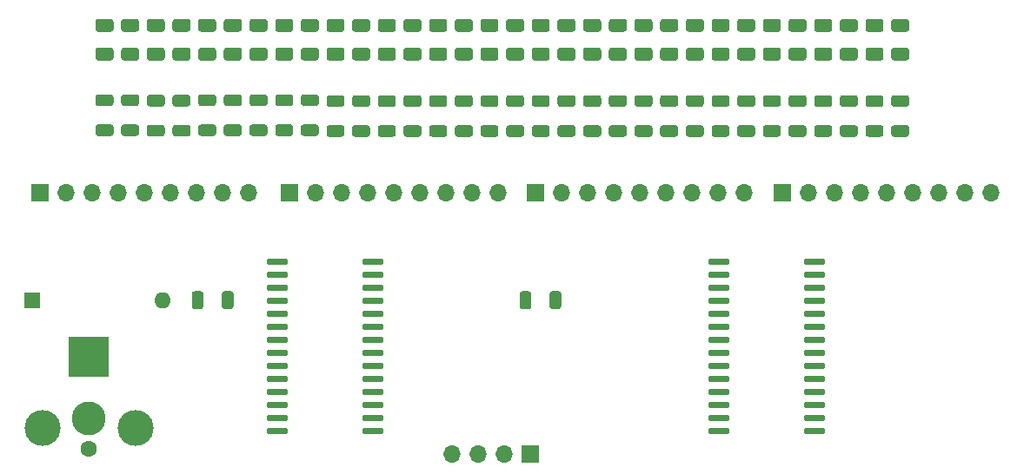
<source format=gbr>
G04 #@! TF.GenerationSoftware,KiCad,Pcbnew,(5.1.9-0-10_14)*
G04 #@! TF.CreationDate,2021-09-02T08:13:15+02:00*
G04 #@! TF.ProjectId,i2c-32io,6932632d-3332-4696-9f2e-6b696361645f,rev?*
G04 #@! TF.SameCoordinates,Original*
G04 #@! TF.FileFunction,Soldermask,Top*
G04 #@! TF.FilePolarity,Negative*
%FSLAX46Y46*%
G04 Gerber Fmt 4.6, Leading zero omitted, Abs format (unit mm)*
G04 Created by KiCad (PCBNEW (5.1.9-0-10_14)) date 2021-09-02 08:13:15*
%MOMM*%
%LPD*%
G01*
G04 APERTURE LIST*
%ADD10O,1.700000X1.700000*%
%ADD11R,1.700000X1.700000*%
%ADD12C,1.600000*%
%ADD13C,3.500000*%
%ADD14C,3.300000*%
%ADD15R,4.000000X4.000000*%
%ADD16O,1.600000X1.600000*%
%ADD17R,1.600000X1.600000*%
G04 APERTURE END LIST*
D10*
G04 #@! TO.C,J1*
X64380000Y-110000000D03*
X66920000Y-110000000D03*
X69460000Y-110000000D03*
D11*
X72000000Y-110000000D03*
G04 #@! TD*
D10*
G04 #@! TO.C,J2*
X68820000Y-84500000D03*
X66280000Y-84500000D03*
X63740000Y-84500000D03*
X61200000Y-84500000D03*
X58660000Y-84500000D03*
X56120000Y-84500000D03*
X53580000Y-84500000D03*
X51040000Y-84500000D03*
D11*
X48500000Y-84500000D03*
G04 #@! TD*
D12*
G04 #@! TO.C,J6*
X29000000Y-109500000D03*
D13*
X33500000Y-107500000D03*
X24500000Y-107500000D03*
D14*
X29000000Y-106500000D03*
D15*
X29000000Y-100500000D03*
G04 #@! TD*
D10*
G04 #@! TO.C,J5*
X92820000Y-84500000D03*
X90280000Y-84500000D03*
X87740000Y-84500000D03*
X85200000Y-84500000D03*
X82660000Y-84500000D03*
X80120000Y-84500000D03*
X77580000Y-84500000D03*
X75040000Y-84500000D03*
D11*
X72500000Y-84500000D03*
G04 #@! TD*
D10*
G04 #@! TO.C,J4*
X116820000Y-84500000D03*
X114280000Y-84500000D03*
X111740000Y-84500000D03*
X109200000Y-84500000D03*
X106660000Y-84500000D03*
X104120000Y-84500000D03*
X101580000Y-84500000D03*
X99040000Y-84500000D03*
D11*
X96500000Y-84500000D03*
G04 #@! TD*
D10*
G04 #@! TO.C,J3*
X44500000Y-84500000D03*
X41960000Y-84500000D03*
X39420000Y-84500000D03*
X36880000Y-84500000D03*
X34340000Y-84500000D03*
X31800000Y-84500000D03*
X29260000Y-84500000D03*
X26720000Y-84500000D03*
D11*
X24180000Y-84500000D03*
G04 #@! TD*
D16*
G04 #@! TO.C,D33*
X36200000Y-95000000D03*
D17*
X23500000Y-95000000D03*
G04 #@! TD*
G04 #@! TO.C,U2*
G36*
G01*
X91375000Y-107605000D02*
X91375000Y-107905000D01*
G75*
G02*
X91225000Y-108055000I-150000J0D01*
G01*
X89475000Y-108055000D01*
G75*
G02*
X89325000Y-107905000I0J150000D01*
G01*
X89325000Y-107605000D01*
G75*
G02*
X89475000Y-107455000I150000J0D01*
G01*
X91225000Y-107455000D01*
G75*
G02*
X91375000Y-107605000I0J-150000D01*
G01*
G37*
G36*
G01*
X91375000Y-106335000D02*
X91375000Y-106635000D01*
G75*
G02*
X91225000Y-106785000I-150000J0D01*
G01*
X89475000Y-106785000D01*
G75*
G02*
X89325000Y-106635000I0J150000D01*
G01*
X89325000Y-106335000D01*
G75*
G02*
X89475000Y-106185000I150000J0D01*
G01*
X91225000Y-106185000D01*
G75*
G02*
X91375000Y-106335000I0J-150000D01*
G01*
G37*
G36*
G01*
X91375000Y-105065000D02*
X91375000Y-105365000D01*
G75*
G02*
X91225000Y-105515000I-150000J0D01*
G01*
X89475000Y-105515000D01*
G75*
G02*
X89325000Y-105365000I0J150000D01*
G01*
X89325000Y-105065000D01*
G75*
G02*
X89475000Y-104915000I150000J0D01*
G01*
X91225000Y-104915000D01*
G75*
G02*
X91375000Y-105065000I0J-150000D01*
G01*
G37*
G36*
G01*
X91375000Y-103795000D02*
X91375000Y-104095000D01*
G75*
G02*
X91225000Y-104245000I-150000J0D01*
G01*
X89475000Y-104245000D01*
G75*
G02*
X89325000Y-104095000I0J150000D01*
G01*
X89325000Y-103795000D01*
G75*
G02*
X89475000Y-103645000I150000J0D01*
G01*
X91225000Y-103645000D01*
G75*
G02*
X91375000Y-103795000I0J-150000D01*
G01*
G37*
G36*
G01*
X91375000Y-102525000D02*
X91375000Y-102825000D01*
G75*
G02*
X91225000Y-102975000I-150000J0D01*
G01*
X89475000Y-102975000D01*
G75*
G02*
X89325000Y-102825000I0J150000D01*
G01*
X89325000Y-102525000D01*
G75*
G02*
X89475000Y-102375000I150000J0D01*
G01*
X91225000Y-102375000D01*
G75*
G02*
X91375000Y-102525000I0J-150000D01*
G01*
G37*
G36*
G01*
X91375000Y-101255000D02*
X91375000Y-101555000D01*
G75*
G02*
X91225000Y-101705000I-150000J0D01*
G01*
X89475000Y-101705000D01*
G75*
G02*
X89325000Y-101555000I0J150000D01*
G01*
X89325000Y-101255000D01*
G75*
G02*
X89475000Y-101105000I150000J0D01*
G01*
X91225000Y-101105000D01*
G75*
G02*
X91375000Y-101255000I0J-150000D01*
G01*
G37*
G36*
G01*
X91375000Y-99985000D02*
X91375000Y-100285000D01*
G75*
G02*
X91225000Y-100435000I-150000J0D01*
G01*
X89475000Y-100435000D01*
G75*
G02*
X89325000Y-100285000I0J150000D01*
G01*
X89325000Y-99985000D01*
G75*
G02*
X89475000Y-99835000I150000J0D01*
G01*
X91225000Y-99835000D01*
G75*
G02*
X91375000Y-99985000I0J-150000D01*
G01*
G37*
G36*
G01*
X91375000Y-98715000D02*
X91375000Y-99015000D01*
G75*
G02*
X91225000Y-99165000I-150000J0D01*
G01*
X89475000Y-99165000D01*
G75*
G02*
X89325000Y-99015000I0J150000D01*
G01*
X89325000Y-98715000D01*
G75*
G02*
X89475000Y-98565000I150000J0D01*
G01*
X91225000Y-98565000D01*
G75*
G02*
X91375000Y-98715000I0J-150000D01*
G01*
G37*
G36*
G01*
X91375000Y-97445000D02*
X91375000Y-97745000D01*
G75*
G02*
X91225000Y-97895000I-150000J0D01*
G01*
X89475000Y-97895000D01*
G75*
G02*
X89325000Y-97745000I0J150000D01*
G01*
X89325000Y-97445000D01*
G75*
G02*
X89475000Y-97295000I150000J0D01*
G01*
X91225000Y-97295000D01*
G75*
G02*
X91375000Y-97445000I0J-150000D01*
G01*
G37*
G36*
G01*
X91375000Y-96175000D02*
X91375000Y-96475000D01*
G75*
G02*
X91225000Y-96625000I-150000J0D01*
G01*
X89475000Y-96625000D01*
G75*
G02*
X89325000Y-96475000I0J150000D01*
G01*
X89325000Y-96175000D01*
G75*
G02*
X89475000Y-96025000I150000J0D01*
G01*
X91225000Y-96025000D01*
G75*
G02*
X91375000Y-96175000I0J-150000D01*
G01*
G37*
G36*
G01*
X91375000Y-94905000D02*
X91375000Y-95205000D01*
G75*
G02*
X91225000Y-95355000I-150000J0D01*
G01*
X89475000Y-95355000D01*
G75*
G02*
X89325000Y-95205000I0J150000D01*
G01*
X89325000Y-94905000D01*
G75*
G02*
X89475000Y-94755000I150000J0D01*
G01*
X91225000Y-94755000D01*
G75*
G02*
X91375000Y-94905000I0J-150000D01*
G01*
G37*
G36*
G01*
X91375000Y-93635000D02*
X91375000Y-93935000D01*
G75*
G02*
X91225000Y-94085000I-150000J0D01*
G01*
X89475000Y-94085000D01*
G75*
G02*
X89325000Y-93935000I0J150000D01*
G01*
X89325000Y-93635000D01*
G75*
G02*
X89475000Y-93485000I150000J0D01*
G01*
X91225000Y-93485000D01*
G75*
G02*
X91375000Y-93635000I0J-150000D01*
G01*
G37*
G36*
G01*
X91375000Y-92365000D02*
X91375000Y-92665000D01*
G75*
G02*
X91225000Y-92815000I-150000J0D01*
G01*
X89475000Y-92815000D01*
G75*
G02*
X89325000Y-92665000I0J150000D01*
G01*
X89325000Y-92365000D01*
G75*
G02*
X89475000Y-92215000I150000J0D01*
G01*
X91225000Y-92215000D01*
G75*
G02*
X91375000Y-92365000I0J-150000D01*
G01*
G37*
G36*
G01*
X91375000Y-91095000D02*
X91375000Y-91395000D01*
G75*
G02*
X91225000Y-91545000I-150000J0D01*
G01*
X89475000Y-91545000D01*
G75*
G02*
X89325000Y-91395000I0J150000D01*
G01*
X89325000Y-91095000D01*
G75*
G02*
X89475000Y-90945000I150000J0D01*
G01*
X91225000Y-90945000D01*
G75*
G02*
X91375000Y-91095000I0J-150000D01*
G01*
G37*
G36*
G01*
X100675000Y-91095000D02*
X100675000Y-91395000D01*
G75*
G02*
X100525000Y-91545000I-150000J0D01*
G01*
X98775000Y-91545000D01*
G75*
G02*
X98625000Y-91395000I0J150000D01*
G01*
X98625000Y-91095000D01*
G75*
G02*
X98775000Y-90945000I150000J0D01*
G01*
X100525000Y-90945000D01*
G75*
G02*
X100675000Y-91095000I0J-150000D01*
G01*
G37*
G36*
G01*
X100675000Y-92365000D02*
X100675000Y-92665000D01*
G75*
G02*
X100525000Y-92815000I-150000J0D01*
G01*
X98775000Y-92815000D01*
G75*
G02*
X98625000Y-92665000I0J150000D01*
G01*
X98625000Y-92365000D01*
G75*
G02*
X98775000Y-92215000I150000J0D01*
G01*
X100525000Y-92215000D01*
G75*
G02*
X100675000Y-92365000I0J-150000D01*
G01*
G37*
G36*
G01*
X100675000Y-93635000D02*
X100675000Y-93935000D01*
G75*
G02*
X100525000Y-94085000I-150000J0D01*
G01*
X98775000Y-94085000D01*
G75*
G02*
X98625000Y-93935000I0J150000D01*
G01*
X98625000Y-93635000D01*
G75*
G02*
X98775000Y-93485000I150000J0D01*
G01*
X100525000Y-93485000D01*
G75*
G02*
X100675000Y-93635000I0J-150000D01*
G01*
G37*
G36*
G01*
X100675000Y-94905000D02*
X100675000Y-95205000D01*
G75*
G02*
X100525000Y-95355000I-150000J0D01*
G01*
X98775000Y-95355000D01*
G75*
G02*
X98625000Y-95205000I0J150000D01*
G01*
X98625000Y-94905000D01*
G75*
G02*
X98775000Y-94755000I150000J0D01*
G01*
X100525000Y-94755000D01*
G75*
G02*
X100675000Y-94905000I0J-150000D01*
G01*
G37*
G36*
G01*
X100675000Y-96175000D02*
X100675000Y-96475000D01*
G75*
G02*
X100525000Y-96625000I-150000J0D01*
G01*
X98775000Y-96625000D01*
G75*
G02*
X98625000Y-96475000I0J150000D01*
G01*
X98625000Y-96175000D01*
G75*
G02*
X98775000Y-96025000I150000J0D01*
G01*
X100525000Y-96025000D01*
G75*
G02*
X100675000Y-96175000I0J-150000D01*
G01*
G37*
G36*
G01*
X100675000Y-97445000D02*
X100675000Y-97745000D01*
G75*
G02*
X100525000Y-97895000I-150000J0D01*
G01*
X98775000Y-97895000D01*
G75*
G02*
X98625000Y-97745000I0J150000D01*
G01*
X98625000Y-97445000D01*
G75*
G02*
X98775000Y-97295000I150000J0D01*
G01*
X100525000Y-97295000D01*
G75*
G02*
X100675000Y-97445000I0J-150000D01*
G01*
G37*
G36*
G01*
X100675000Y-98715000D02*
X100675000Y-99015000D01*
G75*
G02*
X100525000Y-99165000I-150000J0D01*
G01*
X98775000Y-99165000D01*
G75*
G02*
X98625000Y-99015000I0J150000D01*
G01*
X98625000Y-98715000D01*
G75*
G02*
X98775000Y-98565000I150000J0D01*
G01*
X100525000Y-98565000D01*
G75*
G02*
X100675000Y-98715000I0J-150000D01*
G01*
G37*
G36*
G01*
X100675000Y-99985000D02*
X100675000Y-100285000D01*
G75*
G02*
X100525000Y-100435000I-150000J0D01*
G01*
X98775000Y-100435000D01*
G75*
G02*
X98625000Y-100285000I0J150000D01*
G01*
X98625000Y-99985000D01*
G75*
G02*
X98775000Y-99835000I150000J0D01*
G01*
X100525000Y-99835000D01*
G75*
G02*
X100675000Y-99985000I0J-150000D01*
G01*
G37*
G36*
G01*
X100675000Y-101255000D02*
X100675000Y-101555000D01*
G75*
G02*
X100525000Y-101705000I-150000J0D01*
G01*
X98775000Y-101705000D01*
G75*
G02*
X98625000Y-101555000I0J150000D01*
G01*
X98625000Y-101255000D01*
G75*
G02*
X98775000Y-101105000I150000J0D01*
G01*
X100525000Y-101105000D01*
G75*
G02*
X100675000Y-101255000I0J-150000D01*
G01*
G37*
G36*
G01*
X100675000Y-102525000D02*
X100675000Y-102825000D01*
G75*
G02*
X100525000Y-102975000I-150000J0D01*
G01*
X98775000Y-102975000D01*
G75*
G02*
X98625000Y-102825000I0J150000D01*
G01*
X98625000Y-102525000D01*
G75*
G02*
X98775000Y-102375000I150000J0D01*
G01*
X100525000Y-102375000D01*
G75*
G02*
X100675000Y-102525000I0J-150000D01*
G01*
G37*
G36*
G01*
X100675000Y-103795000D02*
X100675000Y-104095000D01*
G75*
G02*
X100525000Y-104245000I-150000J0D01*
G01*
X98775000Y-104245000D01*
G75*
G02*
X98625000Y-104095000I0J150000D01*
G01*
X98625000Y-103795000D01*
G75*
G02*
X98775000Y-103645000I150000J0D01*
G01*
X100525000Y-103645000D01*
G75*
G02*
X100675000Y-103795000I0J-150000D01*
G01*
G37*
G36*
G01*
X100675000Y-105065000D02*
X100675000Y-105365000D01*
G75*
G02*
X100525000Y-105515000I-150000J0D01*
G01*
X98775000Y-105515000D01*
G75*
G02*
X98625000Y-105365000I0J150000D01*
G01*
X98625000Y-105065000D01*
G75*
G02*
X98775000Y-104915000I150000J0D01*
G01*
X100525000Y-104915000D01*
G75*
G02*
X100675000Y-105065000I0J-150000D01*
G01*
G37*
G36*
G01*
X100675000Y-106335000D02*
X100675000Y-106635000D01*
G75*
G02*
X100525000Y-106785000I-150000J0D01*
G01*
X98775000Y-106785000D01*
G75*
G02*
X98625000Y-106635000I0J150000D01*
G01*
X98625000Y-106335000D01*
G75*
G02*
X98775000Y-106185000I150000J0D01*
G01*
X100525000Y-106185000D01*
G75*
G02*
X100675000Y-106335000I0J-150000D01*
G01*
G37*
G36*
G01*
X100675000Y-107605000D02*
X100675000Y-107905000D01*
G75*
G02*
X100525000Y-108055000I-150000J0D01*
G01*
X98775000Y-108055000D01*
G75*
G02*
X98625000Y-107905000I0J150000D01*
G01*
X98625000Y-107605000D01*
G75*
G02*
X98775000Y-107455000I150000J0D01*
G01*
X100525000Y-107455000D01*
G75*
G02*
X100675000Y-107605000I0J-150000D01*
G01*
G37*
G04 #@! TD*
G04 #@! TO.C,U1*
G36*
G01*
X48375000Y-107605000D02*
X48375000Y-107905000D01*
G75*
G02*
X48225000Y-108055000I-150000J0D01*
G01*
X46475000Y-108055000D01*
G75*
G02*
X46325000Y-107905000I0J150000D01*
G01*
X46325000Y-107605000D01*
G75*
G02*
X46475000Y-107455000I150000J0D01*
G01*
X48225000Y-107455000D01*
G75*
G02*
X48375000Y-107605000I0J-150000D01*
G01*
G37*
G36*
G01*
X48375000Y-106335000D02*
X48375000Y-106635000D01*
G75*
G02*
X48225000Y-106785000I-150000J0D01*
G01*
X46475000Y-106785000D01*
G75*
G02*
X46325000Y-106635000I0J150000D01*
G01*
X46325000Y-106335000D01*
G75*
G02*
X46475000Y-106185000I150000J0D01*
G01*
X48225000Y-106185000D01*
G75*
G02*
X48375000Y-106335000I0J-150000D01*
G01*
G37*
G36*
G01*
X48375000Y-105065000D02*
X48375000Y-105365000D01*
G75*
G02*
X48225000Y-105515000I-150000J0D01*
G01*
X46475000Y-105515000D01*
G75*
G02*
X46325000Y-105365000I0J150000D01*
G01*
X46325000Y-105065000D01*
G75*
G02*
X46475000Y-104915000I150000J0D01*
G01*
X48225000Y-104915000D01*
G75*
G02*
X48375000Y-105065000I0J-150000D01*
G01*
G37*
G36*
G01*
X48375000Y-103795000D02*
X48375000Y-104095000D01*
G75*
G02*
X48225000Y-104245000I-150000J0D01*
G01*
X46475000Y-104245000D01*
G75*
G02*
X46325000Y-104095000I0J150000D01*
G01*
X46325000Y-103795000D01*
G75*
G02*
X46475000Y-103645000I150000J0D01*
G01*
X48225000Y-103645000D01*
G75*
G02*
X48375000Y-103795000I0J-150000D01*
G01*
G37*
G36*
G01*
X48375000Y-102525000D02*
X48375000Y-102825000D01*
G75*
G02*
X48225000Y-102975000I-150000J0D01*
G01*
X46475000Y-102975000D01*
G75*
G02*
X46325000Y-102825000I0J150000D01*
G01*
X46325000Y-102525000D01*
G75*
G02*
X46475000Y-102375000I150000J0D01*
G01*
X48225000Y-102375000D01*
G75*
G02*
X48375000Y-102525000I0J-150000D01*
G01*
G37*
G36*
G01*
X48375000Y-101255000D02*
X48375000Y-101555000D01*
G75*
G02*
X48225000Y-101705000I-150000J0D01*
G01*
X46475000Y-101705000D01*
G75*
G02*
X46325000Y-101555000I0J150000D01*
G01*
X46325000Y-101255000D01*
G75*
G02*
X46475000Y-101105000I150000J0D01*
G01*
X48225000Y-101105000D01*
G75*
G02*
X48375000Y-101255000I0J-150000D01*
G01*
G37*
G36*
G01*
X48375000Y-99985000D02*
X48375000Y-100285000D01*
G75*
G02*
X48225000Y-100435000I-150000J0D01*
G01*
X46475000Y-100435000D01*
G75*
G02*
X46325000Y-100285000I0J150000D01*
G01*
X46325000Y-99985000D01*
G75*
G02*
X46475000Y-99835000I150000J0D01*
G01*
X48225000Y-99835000D01*
G75*
G02*
X48375000Y-99985000I0J-150000D01*
G01*
G37*
G36*
G01*
X48375000Y-98715000D02*
X48375000Y-99015000D01*
G75*
G02*
X48225000Y-99165000I-150000J0D01*
G01*
X46475000Y-99165000D01*
G75*
G02*
X46325000Y-99015000I0J150000D01*
G01*
X46325000Y-98715000D01*
G75*
G02*
X46475000Y-98565000I150000J0D01*
G01*
X48225000Y-98565000D01*
G75*
G02*
X48375000Y-98715000I0J-150000D01*
G01*
G37*
G36*
G01*
X48375000Y-97445000D02*
X48375000Y-97745000D01*
G75*
G02*
X48225000Y-97895000I-150000J0D01*
G01*
X46475000Y-97895000D01*
G75*
G02*
X46325000Y-97745000I0J150000D01*
G01*
X46325000Y-97445000D01*
G75*
G02*
X46475000Y-97295000I150000J0D01*
G01*
X48225000Y-97295000D01*
G75*
G02*
X48375000Y-97445000I0J-150000D01*
G01*
G37*
G36*
G01*
X48375000Y-96175000D02*
X48375000Y-96475000D01*
G75*
G02*
X48225000Y-96625000I-150000J0D01*
G01*
X46475000Y-96625000D01*
G75*
G02*
X46325000Y-96475000I0J150000D01*
G01*
X46325000Y-96175000D01*
G75*
G02*
X46475000Y-96025000I150000J0D01*
G01*
X48225000Y-96025000D01*
G75*
G02*
X48375000Y-96175000I0J-150000D01*
G01*
G37*
G36*
G01*
X48375000Y-94905000D02*
X48375000Y-95205000D01*
G75*
G02*
X48225000Y-95355000I-150000J0D01*
G01*
X46475000Y-95355000D01*
G75*
G02*
X46325000Y-95205000I0J150000D01*
G01*
X46325000Y-94905000D01*
G75*
G02*
X46475000Y-94755000I150000J0D01*
G01*
X48225000Y-94755000D01*
G75*
G02*
X48375000Y-94905000I0J-150000D01*
G01*
G37*
G36*
G01*
X48375000Y-93635000D02*
X48375000Y-93935000D01*
G75*
G02*
X48225000Y-94085000I-150000J0D01*
G01*
X46475000Y-94085000D01*
G75*
G02*
X46325000Y-93935000I0J150000D01*
G01*
X46325000Y-93635000D01*
G75*
G02*
X46475000Y-93485000I150000J0D01*
G01*
X48225000Y-93485000D01*
G75*
G02*
X48375000Y-93635000I0J-150000D01*
G01*
G37*
G36*
G01*
X48375000Y-92365000D02*
X48375000Y-92665000D01*
G75*
G02*
X48225000Y-92815000I-150000J0D01*
G01*
X46475000Y-92815000D01*
G75*
G02*
X46325000Y-92665000I0J150000D01*
G01*
X46325000Y-92365000D01*
G75*
G02*
X46475000Y-92215000I150000J0D01*
G01*
X48225000Y-92215000D01*
G75*
G02*
X48375000Y-92365000I0J-150000D01*
G01*
G37*
G36*
G01*
X48375000Y-91095000D02*
X48375000Y-91395000D01*
G75*
G02*
X48225000Y-91545000I-150000J0D01*
G01*
X46475000Y-91545000D01*
G75*
G02*
X46325000Y-91395000I0J150000D01*
G01*
X46325000Y-91095000D01*
G75*
G02*
X46475000Y-90945000I150000J0D01*
G01*
X48225000Y-90945000D01*
G75*
G02*
X48375000Y-91095000I0J-150000D01*
G01*
G37*
G36*
G01*
X57675000Y-91095000D02*
X57675000Y-91395000D01*
G75*
G02*
X57525000Y-91545000I-150000J0D01*
G01*
X55775000Y-91545000D01*
G75*
G02*
X55625000Y-91395000I0J150000D01*
G01*
X55625000Y-91095000D01*
G75*
G02*
X55775000Y-90945000I150000J0D01*
G01*
X57525000Y-90945000D01*
G75*
G02*
X57675000Y-91095000I0J-150000D01*
G01*
G37*
G36*
G01*
X57675000Y-92365000D02*
X57675000Y-92665000D01*
G75*
G02*
X57525000Y-92815000I-150000J0D01*
G01*
X55775000Y-92815000D01*
G75*
G02*
X55625000Y-92665000I0J150000D01*
G01*
X55625000Y-92365000D01*
G75*
G02*
X55775000Y-92215000I150000J0D01*
G01*
X57525000Y-92215000D01*
G75*
G02*
X57675000Y-92365000I0J-150000D01*
G01*
G37*
G36*
G01*
X57675000Y-93635000D02*
X57675000Y-93935000D01*
G75*
G02*
X57525000Y-94085000I-150000J0D01*
G01*
X55775000Y-94085000D01*
G75*
G02*
X55625000Y-93935000I0J150000D01*
G01*
X55625000Y-93635000D01*
G75*
G02*
X55775000Y-93485000I150000J0D01*
G01*
X57525000Y-93485000D01*
G75*
G02*
X57675000Y-93635000I0J-150000D01*
G01*
G37*
G36*
G01*
X57675000Y-94905000D02*
X57675000Y-95205000D01*
G75*
G02*
X57525000Y-95355000I-150000J0D01*
G01*
X55775000Y-95355000D01*
G75*
G02*
X55625000Y-95205000I0J150000D01*
G01*
X55625000Y-94905000D01*
G75*
G02*
X55775000Y-94755000I150000J0D01*
G01*
X57525000Y-94755000D01*
G75*
G02*
X57675000Y-94905000I0J-150000D01*
G01*
G37*
G36*
G01*
X57675000Y-96175000D02*
X57675000Y-96475000D01*
G75*
G02*
X57525000Y-96625000I-150000J0D01*
G01*
X55775000Y-96625000D01*
G75*
G02*
X55625000Y-96475000I0J150000D01*
G01*
X55625000Y-96175000D01*
G75*
G02*
X55775000Y-96025000I150000J0D01*
G01*
X57525000Y-96025000D01*
G75*
G02*
X57675000Y-96175000I0J-150000D01*
G01*
G37*
G36*
G01*
X57675000Y-97445000D02*
X57675000Y-97745000D01*
G75*
G02*
X57525000Y-97895000I-150000J0D01*
G01*
X55775000Y-97895000D01*
G75*
G02*
X55625000Y-97745000I0J150000D01*
G01*
X55625000Y-97445000D01*
G75*
G02*
X55775000Y-97295000I150000J0D01*
G01*
X57525000Y-97295000D01*
G75*
G02*
X57675000Y-97445000I0J-150000D01*
G01*
G37*
G36*
G01*
X57675000Y-98715000D02*
X57675000Y-99015000D01*
G75*
G02*
X57525000Y-99165000I-150000J0D01*
G01*
X55775000Y-99165000D01*
G75*
G02*
X55625000Y-99015000I0J150000D01*
G01*
X55625000Y-98715000D01*
G75*
G02*
X55775000Y-98565000I150000J0D01*
G01*
X57525000Y-98565000D01*
G75*
G02*
X57675000Y-98715000I0J-150000D01*
G01*
G37*
G36*
G01*
X57675000Y-99985000D02*
X57675000Y-100285000D01*
G75*
G02*
X57525000Y-100435000I-150000J0D01*
G01*
X55775000Y-100435000D01*
G75*
G02*
X55625000Y-100285000I0J150000D01*
G01*
X55625000Y-99985000D01*
G75*
G02*
X55775000Y-99835000I150000J0D01*
G01*
X57525000Y-99835000D01*
G75*
G02*
X57675000Y-99985000I0J-150000D01*
G01*
G37*
G36*
G01*
X57675000Y-101255000D02*
X57675000Y-101555000D01*
G75*
G02*
X57525000Y-101705000I-150000J0D01*
G01*
X55775000Y-101705000D01*
G75*
G02*
X55625000Y-101555000I0J150000D01*
G01*
X55625000Y-101255000D01*
G75*
G02*
X55775000Y-101105000I150000J0D01*
G01*
X57525000Y-101105000D01*
G75*
G02*
X57675000Y-101255000I0J-150000D01*
G01*
G37*
G36*
G01*
X57675000Y-102525000D02*
X57675000Y-102825000D01*
G75*
G02*
X57525000Y-102975000I-150000J0D01*
G01*
X55775000Y-102975000D01*
G75*
G02*
X55625000Y-102825000I0J150000D01*
G01*
X55625000Y-102525000D01*
G75*
G02*
X55775000Y-102375000I150000J0D01*
G01*
X57525000Y-102375000D01*
G75*
G02*
X57675000Y-102525000I0J-150000D01*
G01*
G37*
G36*
G01*
X57675000Y-103795000D02*
X57675000Y-104095000D01*
G75*
G02*
X57525000Y-104245000I-150000J0D01*
G01*
X55775000Y-104245000D01*
G75*
G02*
X55625000Y-104095000I0J150000D01*
G01*
X55625000Y-103795000D01*
G75*
G02*
X55775000Y-103645000I150000J0D01*
G01*
X57525000Y-103645000D01*
G75*
G02*
X57675000Y-103795000I0J-150000D01*
G01*
G37*
G36*
G01*
X57675000Y-105065000D02*
X57675000Y-105365000D01*
G75*
G02*
X57525000Y-105515000I-150000J0D01*
G01*
X55775000Y-105515000D01*
G75*
G02*
X55625000Y-105365000I0J150000D01*
G01*
X55625000Y-105065000D01*
G75*
G02*
X55775000Y-104915000I150000J0D01*
G01*
X57525000Y-104915000D01*
G75*
G02*
X57675000Y-105065000I0J-150000D01*
G01*
G37*
G36*
G01*
X57675000Y-106335000D02*
X57675000Y-106635000D01*
G75*
G02*
X57525000Y-106785000I-150000J0D01*
G01*
X55775000Y-106785000D01*
G75*
G02*
X55625000Y-106635000I0J150000D01*
G01*
X55625000Y-106335000D01*
G75*
G02*
X55775000Y-106185000I150000J0D01*
G01*
X57525000Y-106185000D01*
G75*
G02*
X57675000Y-106335000I0J-150000D01*
G01*
G37*
G36*
G01*
X57675000Y-107605000D02*
X57675000Y-107905000D01*
G75*
G02*
X57525000Y-108055000I-150000J0D01*
G01*
X55775000Y-108055000D01*
G75*
G02*
X55625000Y-107905000I0J150000D01*
G01*
X55625000Y-107605000D01*
G75*
G02*
X55775000Y-107455000I150000J0D01*
G01*
X57525000Y-107455000D01*
G75*
G02*
X57675000Y-107605000I0J-150000D01*
G01*
G37*
G04 #@! TD*
G04 #@! TO.C,R34*
G36*
G01*
X41937500Y-95625003D02*
X41937500Y-94374997D01*
G75*
G02*
X42187497Y-94125000I249997J0D01*
G01*
X42812503Y-94125000D01*
G75*
G02*
X43062500Y-94374997I0J-249997D01*
G01*
X43062500Y-95625003D01*
G75*
G02*
X42812503Y-95875000I-249997J0D01*
G01*
X42187497Y-95875000D01*
G75*
G02*
X41937500Y-95625003I0J249997D01*
G01*
G37*
G36*
G01*
X39012500Y-95625003D02*
X39012500Y-94374997D01*
G75*
G02*
X39262497Y-94125000I249997J0D01*
G01*
X39887503Y-94125000D01*
G75*
G02*
X40137500Y-94374997I0J-249997D01*
G01*
X40137500Y-95625003D01*
G75*
G02*
X39887503Y-95875000I-249997J0D01*
G01*
X39262497Y-95875000D01*
G75*
G02*
X39012500Y-95625003I0J249997D01*
G01*
G37*
G04 #@! TD*
G04 #@! TO.C,R33*
G36*
G01*
X73862500Y-95625003D02*
X73862500Y-94374997D01*
G75*
G02*
X74112497Y-94125000I249997J0D01*
G01*
X74737503Y-94125000D01*
G75*
G02*
X74987500Y-94374997I0J-249997D01*
G01*
X74987500Y-95625003D01*
G75*
G02*
X74737503Y-95875000I-249997J0D01*
G01*
X74112497Y-95875000D01*
G75*
G02*
X73862500Y-95625003I0J249997D01*
G01*
G37*
G36*
G01*
X70937500Y-95625003D02*
X70937500Y-94374997D01*
G75*
G02*
X71187497Y-94125000I249997J0D01*
G01*
X71812503Y-94125000D01*
G75*
G02*
X72062500Y-94374997I0J-249997D01*
G01*
X72062500Y-95625003D01*
G75*
G02*
X71812503Y-95875000I-249997J0D01*
G01*
X71187497Y-95875000D01*
G75*
G02*
X70937500Y-95625003I0J249997D01*
G01*
G37*
G04 #@! TD*
G04 #@! TO.C,R32*
G36*
G01*
X107374997Y-77937500D02*
X108625003Y-77937500D01*
G75*
G02*
X108875000Y-78187497I0J-249997D01*
G01*
X108875000Y-78812503D01*
G75*
G02*
X108625003Y-79062500I-249997J0D01*
G01*
X107374997Y-79062500D01*
G75*
G02*
X107125000Y-78812503I0J249997D01*
G01*
X107125000Y-78187497D01*
G75*
G02*
X107374997Y-77937500I249997J0D01*
G01*
G37*
G36*
G01*
X107374997Y-75012500D02*
X108625003Y-75012500D01*
G75*
G02*
X108875000Y-75262497I0J-249997D01*
G01*
X108875000Y-75887503D01*
G75*
G02*
X108625003Y-76137500I-249997J0D01*
G01*
X107374997Y-76137500D01*
G75*
G02*
X107125000Y-75887503I0J249997D01*
G01*
X107125000Y-75262497D01*
G75*
G02*
X107374997Y-75012500I249997J0D01*
G01*
G37*
G04 #@! TD*
G04 #@! TO.C,R31*
G36*
G01*
X104874997Y-77937500D02*
X106125003Y-77937500D01*
G75*
G02*
X106375000Y-78187497I0J-249997D01*
G01*
X106375000Y-78812503D01*
G75*
G02*
X106125003Y-79062500I-249997J0D01*
G01*
X104874997Y-79062500D01*
G75*
G02*
X104625000Y-78812503I0J249997D01*
G01*
X104625000Y-78187497D01*
G75*
G02*
X104874997Y-77937500I249997J0D01*
G01*
G37*
G36*
G01*
X104874997Y-75012500D02*
X106125003Y-75012500D01*
G75*
G02*
X106375000Y-75262497I0J-249997D01*
G01*
X106375000Y-75887503D01*
G75*
G02*
X106125003Y-76137500I-249997J0D01*
G01*
X104874997Y-76137500D01*
G75*
G02*
X104625000Y-75887503I0J249997D01*
G01*
X104625000Y-75262497D01*
G75*
G02*
X104874997Y-75012500I249997J0D01*
G01*
G37*
G04 #@! TD*
G04 #@! TO.C,R30*
G36*
G01*
X102374997Y-77937500D02*
X103625003Y-77937500D01*
G75*
G02*
X103875000Y-78187497I0J-249997D01*
G01*
X103875000Y-78812503D01*
G75*
G02*
X103625003Y-79062500I-249997J0D01*
G01*
X102374997Y-79062500D01*
G75*
G02*
X102125000Y-78812503I0J249997D01*
G01*
X102125000Y-78187497D01*
G75*
G02*
X102374997Y-77937500I249997J0D01*
G01*
G37*
G36*
G01*
X102374997Y-75012500D02*
X103625003Y-75012500D01*
G75*
G02*
X103875000Y-75262497I0J-249997D01*
G01*
X103875000Y-75887503D01*
G75*
G02*
X103625003Y-76137500I-249997J0D01*
G01*
X102374997Y-76137500D01*
G75*
G02*
X102125000Y-75887503I0J249997D01*
G01*
X102125000Y-75262497D01*
G75*
G02*
X102374997Y-75012500I249997J0D01*
G01*
G37*
G04 #@! TD*
G04 #@! TO.C,R29*
G36*
G01*
X99874997Y-77937500D02*
X101125003Y-77937500D01*
G75*
G02*
X101375000Y-78187497I0J-249997D01*
G01*
X101375000Y-78812503D01*
G75*
G02*
X101125003Y-79062500I-249997J0D01*
G01*
X99874997Y-79062500D01*
G75*
G02*
X99625000Y-78812503I0J249997D01*
G01*
X99625000Y-78187497D01*
G75*
G02*
X99874997Y-77937500I249997J0D01*
G01*
G37*
G36*
G01*
X99874997Y-75012500D02*
X101125003Y-75012500D01*
G75*
G02*
X101375000Y-75262497I0J-249997D01*
G01*
X101375000Y-75887503D01*
G75*
G02*
X101125003Y-76137500I-249997J0D01*
G01*
X99874997Y-76137500D01*
G75*
G02*
X99625000Y-75887503I0J249997D01*
G01*
X99625000Y-75262497D01*
G75*
G02*
X99874997Y-75012500I249997J0D01*
G01*
G37*
G04 #@! TD*
G04 #@! TO.C,R28*
G36*
G01*
X97374997Y-77937500D02*
X98625003Y-77937500D01*
G75*
G02*
X98875000Y-78187497I0J-249997D01*
G01*
X98875000Y-78812503D01*
G75*
G02*
X98625003Y-79062500I-249997J0D01*
G01*
X97374997Y-79062500D01*
G75*
G02*
X97125000Y-78812503I0J249997D01*
G01*
X97125000Y-78187497D01*
G75*
G02*
X97374997Y-77937500I249997J0D01*
G01*
G37*
G36*
G01*
X97374997Y-75012500D02*
X98625003Y-75012500D01*
G75*
G02*
X98875000Y-75262497I0J-249997D01*
G01*
X98875000Y-75887503D01*
G75*
G02*
X98625003Y-76137500I-249997J0D01*
G01*
X97374997Y-76137500D01*
G75*
G02*
X97125000Y-75887503I0J249997D01*
G01*
X97125000Y-75262497D01*
G75*
G02*
X97374997Y-75012500I249997J0D01*
G01*
G37*
G04 #@! TD*
G04 #@! TO.C,R27*
G36*
G01*
X94874997Y-77937500D02*
X96125003Y-77937500D01*
G75*
G02*
X96375000Y-78187497I0J-249997D01*
G01*
X96375000Y-78812503D01*
G75*
G02*
X96125003Y-79062500I-249997J0D01*
G01*
X94874997Y-79062500D01*
G75*
G02*
X94625000Y-78812503I0J249997D01*
G01*
X94625000Y-78187497D01*
G75*
G02*
X94874997Y-77937500I249997J0D01*
G01*
G37*
G36*
G01*
X94874997Y-75012500D02*
X96125003Y-75012500D01*
G75*
G02*
X96375000Y-75262497I0J-249997D01*
G01*
X96375000Y-75887503D01*
G75*
G02*
X96125003Y-76137500I-249997J0D01*
G01*
X94874997Y-76137500D01*
G75*
G02*
X94625000Y-75887503I0J249997D01*
G01*
X94625000Y-75262497D01*
G75*
G02*
X94874997Y-75012500I249997J0D01*
G01*
G37*
G04 #@! TD*
G04 #@! TO.C,R26*
G36*
G01*
X92374997Y-77937500D02*
X93625003Y-77937500D01*
G75*
G02*
X93875000Y-78187497I0J-249997D01*
G01*
X93875000Y-78812503D01*
G75*
G02*
X93625003Y-79062500I-249997J0D01*
G01*
X92374997Y-79062500D01*
G75*
G02*
X92125000Y-78812503I0J249997D01*
G01*
X92125000Y-78187497D01*
G75*
G02*
X92374997Y-77937500I249997J0D01*
G01*
G37*
G36*
G01*
X92374997Y-75012500D02*
X93625003Y-75012500D01*
G75*
G02*
X93875000Y-75262497I0J-249997D01*
G01*
X93875000Y-75887503D01*
G75*
G02*
X93625003Y-76137500I-249997J0D01*
G01*
X92374997Y-76137500D01*
G75*
G02*
X92125000Y-75887503I0J249997D01*
G01*
X92125000Y-75262497D01*
G75*
G02*
X92374997Y-75012500I249997J0D01*
G01*
G37*
G04 #@! TD*
G04 #@! TO.C,R25*
G36*
G01*
X89874997Y-77937500D02*
X91125003Y-77937500D01*
G75*
G02*
X91375000Y-78187497I0J-249997D01*
G01*
X91375000Y-78812503D01*
G75*
G02*
X91125003Y-79062500I-249997J0D01*
G01*
X89874997Y-79062500D01*
G75*
G02*
X89625000Y-78812503I0J249997D01*
G01*
X89625000Y-78187497D01*
G75*
G02*
X89874997Y-77937500I249997J0D01*
G01*
G37*
G36*
G01*
X89874997Y-75012500D02*
X91125003Y-75012500D01*
G75*
G02*
X91375000Y-75262497I0J-249997D01*
G01*
X91375000Y-75887503D01*
G75*
G02*
X91125003Y-76137500I-249997J0D01*
G01*
X89874997Y-76137500D01*
G75*
G02*
X89625000Y-75887503I0J249997D01*
G01*
X89625000Y-75262497D01*
G75*
G02*
X89874997Y-75012500I249997J0D01*
G01*
G37*
G04 #@! TD*
G04 #@! TO.C,R24*
G36*
G01*
X87374997Y-77937500D02*
X88625003Y-77937500D01*
G75*
G02*
X88875000Y-78187497I0J-249997D01*
G01*
X88875000Y-78812503D01*
G75*
G02*
X88625003Y-79062500I-249997J0D01*
G01*
X87374997Y-79062500D01*
G75*
G02*
X87125000Y-78812503I0J249997D01*
G01*
X87125000Y-78187497D01*
G75*
G02*
X87374997Y-77937500I249997J0D01*
G01*
G37*
G36*
G01*
X87374997Y-75012500D02*
X88625003Y-75012500D01*
G75*
G02*
X88875000Y-75262497I0J-249997D01*
G01*
X88875000Y-75887503D01*
G75*
G02*
X88625003Y-76137500I-249997J0D01*
G01*
X87374997Y-76137500D01*
G75*
G02*
X87125000Y-75887503I0J249997D01*
G01*
X87125000Y-75262497D01*
G75*
G02*
X87374997Y-75012500I249997J0D01*
G01*
G37*
G04 #@! TD*
G04 #@! TO.C,R23*
G36*
G01*
X84874997Y-77937500D02*
X86125003Y-77937500D01*
G75*
G02*
X86375000Y-78187497I0J-249997D01*
G01*
X86375000Y-78812503D01*
G75*
G02*
X86125003Y-79062500I-249997J0D01*
G01*
X84874997Y-79062500D01*
G75*
G02*
X84625000Y-78812503I0J249997D01*
G01*
X84625000Y-78187497D01*
G75*
G02*
X84874997Y-77937500I249997J0D01*
G01*
G37*
G36*
G01*
X84874997Y-75012500D02*
X86125003Y-75012500D01*
G75*
G02*
X86375000Y-75262497I0J-249997D01*
G01*
X86375000Y-75887503D01*
G75*
G02*
X86125003Y-76137500I-249997J0D01*
G01*
X84874997Y-76137500D01*
G75*
G02*
X84625000Y-75887503I0J249997D01*
G01*
X84625000Y-75262497D01*
G75*
G02*
X84874997Y-75012500I249997J0D01*
G01*
G37*
G04 #@! TD*
G04 #@! TO.C,R22*
G36*
G01*
X82374997Y-77937500D02*
X83625003Y-77937500D01*
G75*
G02*
X83875000Y-78187497I0J-249997D01*
G01*
X83875000Y-78812503D01*
G75*
G02*
X83625003Y-79062500I-249997J0D01*
G01*
X82374997Y-79062500D01*
G75*
G02*
X82125000Y-78812503I0J249997D01*
G01*
X82125000Y-78187497D01*
G75*
G02*
X82374997Y-77937500I249997J0D01*
G01*
G37*
G36*
G01*
X82374997Y-75012500D02*
X83625003Y-75012500D01*
G75*
G02*
X83875000Y-75262497I0J-249997D01*
G01*
X83875000Y-75887503D01*
G75*
G02*
X83625003Y-76137500I-249997J0D01*
G01*
X82374997Y-76137500D01*
G75*
G02*
X82125000Y-75887503I0J249997D01*
G01*
X82125000Y-75262497D01*
G75*
G02*
X82374997Y-75012500I249997J0D01*
G01*
G37*
G04 #@! TD*
G04 #@! TO.C,R21*
G36*
G01*
X79874997Y-77937500D02*
X81125003Y-77937500D01*
G75*
G02*
X81375000Y-78187497I0J-249997D01*
G01*
X81375000Y-78812503D01*
G75*
G02*
X81125003Y-79062500I-249997J0D01*
G01*
X79874997Y-79062500D01*
G75*
G02*
X79625000Y-78812503I0J249997D01*
G01*
X79625000Y-78187497D01*
G75*
G02*
X79874997Y-77937500I249997J0D01*
G01*
G37*
G36*
G01*
X79874997Y-75012500D02*
X81125003Y-75012500D01*
G75*
G02*
X81375000Y-75262497I0J-249997D01*
G01*
X81375000Y-75887503D01*
G75*
G02*
X81125003Y-76137500I-249997J0D01*
G01*
X79874997Y-76137500D01*
G75*
G02*
X79625000Y-75887503I0J249997D01*
G01*
X79625000Y-75262497D01*
G75*
G02*
X79874997Y-75012500I249997J0D01*
G01*
G37*
G04 #@! TD*
G04 #@! TO.C,R20*
G36*
G01*
X77374997Y-77937500D02*
X78625003Y-77937500D01*
G75*
G02*
X78875000Y-78187497I0J-249997D01*
G01*
X78875000Y-78812503D01*
G75*
G02*
X78625003Y-79062500I-249997J0D01*
G01*
X77374997Y-79062500D01*
G75*
G02*
X77125000Y-78812503I0J249997D01*
G01*
X77125000Y-78187497D01*
G75*
G02*
X77374997Y-77937500I249997J0D01*
G01*
G37*
G36*
G01*
X77374997Y-75012500D02*
X78625003Y-75012500D01*
G75*
G02*
X78875000Y-75262497I0J-249997D01*
G01*
X78875000Y-75887503D01*
G75*
G02*
X78625003Y-76137500I-249997J0D01*
G01*
X77374997Y-76137500D01*
G75*
G02*
X77125000Y-75887503I0J249997D01*
G01*
X77125000Y-75262497D01*
G75*
G02*
X77374997Y-75012500I249997J0D01*
G01*
G37*
G04 #@! TD*
G04 #@! TO.C,R19*
G36*
G01*
X74874997Y-77937500D02*
X76125003Y-77937500D01*
G75*
G02*
X76375000Y-78187497I0J-249997D01*
G01*
X76375000Y-78812503D01*
G75*
G02*
X76125003Y-79062500I-249997J0D01*
G01*
X74874997Y-79062500D01*
G75*
G02*
X74625000Y-78812503I0J249997D01*
G01*
X74625000Y-78187497D01*
G75*
G02*
X74874997Y-77937500I249997J0D01*
G01*
G37*
G36*
G01*
X74874997Y-75012500D02*
X76125003Y-75012500D01*
G75*
G02*
X76375000Y-75262497I0J-249997D01*
G01*
X76375000Y-75887503D01*
G75*
G02*
X76125003Y-76137500I-249997J0D01*
G01*
X74874997Y-76137500D01*
G75*
G02*
X74625000Y-75887503I0J249997D01*
G01*
X74625000Y-75262497D01*
G75*
G02*
X74874997Y-75012500I249997J0D01*
G01*
G37*
G04 #@! TD*
G04 #@! TO.C,R18*
G36*
G01*
X72374997Y-77937500D02*
X73625003Y-77937500D01*
G75*
G02*
X73875000Y-78187497I0J-249997D01*
G01*
X73875000Y-78812503D01*
G75*
G02*
X73625003Y-79062500I-249997J0D01*
G01*
X72374997Y-79062500D01*
G75*
G02*
X72125000Y-78812503I0J249997D01*
G01*
X72125000Y-78187497D01*
G75*
G02*
X72374997Y-77937500I249997J0D01*
G01*
G37*
G36*
G01*
X72374997Y-75012500D02*
X73625003Y-75012500D01*
G75*
G02*
X73875000Y-75262497I0J-249997D01*
G01*
X73875000Y-75887503D01*
G75*
G02*
X73625003Y-76137500I-249997J0D01*
G01*
X72374997Y-76137500D01*
G75*
G02*
X72125000Y-75887503I0J249997D01*
G01*
X72125000Y-75262497D01*
G75*
G02*
X72374997Y-75012500I249997J0D01*
G01*
G37*
G04 #@! TD*
G04 #@! TO.C,R17*
G36*
G01*
X69874997Y-77937500D02*
X71125003Y-77937500D01*
G75*
G02*
X71375000Y-78187497I0J-249997D01*
G01*
X71375000Y-78812503D01*
G75*
G02*
X71125003Y-79062500I-249997J0D01*
G01*
X69874997Y-79062500D01*
G75*
G02*
X69625000Y-78812503I0J249997D01*
G01*
X69625000Y-78187497D01*
G75*
G02*
X69874997Y-77937500I249997J0D01*
G01*
G37*
G36*
G01*
X69874997Y-75012500D02*
X71125003Y-75012500D01*
G75*
G02*
X71375000Y-75262497I0J-249997D01*
G01*
X71375000Y-75887503D01*
G75*
G02*
X71125003Y-76137500I-249997J0D01*
G01*
X69874997Y-76137500D01*
G75*
G02*
X69625000Y-75887503I0J249997D01*
G01*
X69625000Y-75262497D01*
G75*
G02*
X69874997Y-75012500I249997J0D01*
G01*
G37*
G04 #@! TD*
G04 #@! TO.C,R16*
G36*
G01*
X67374997Y-77937500D02*
X68625003Y-77937500D01*
G75*
G02*
X68875000Y-78187497I0J-249997D01*
G01*
X68875000Y-78812503D01*
G75*
G02*
X68625003Y-79062500I-249997J0D01*
G01*
X67374997Y-79062500D01*
G75*
G02*
X67125000Y-78812503I0J249997D01*
G01*
X67125000Y-78187497D01*
G75*
G02*
X67374997Y-77937500I249997J0D01*
G01*
G37*
G36*
G01*
X67374997Y-75012500D02*
X68625003Y-75012500D01*
G75*
G02*
X68875000Y-75262497I0J-249997D01*
G01*
X68875000Y-75887503D01*
G75*
G02*
X68625003Y-76137500I-249997J0D01*
G01*
X67374997Y-76137500D01*
G75*
G02*
X67125000Y-75887503I0J249997D01*
G01*
X67125000Y-75262497D01*
G75*
G02*
X67374997Y-75012500I249997J0D01*
G01*
G37*
G04 #@! TD*
G04 #@! TO.C,R15*
G36*
G01*
X64874997Y-77937500D02*
X66125003Y-77937500D01*
G75*
G02*
X66375000Y-78187497I0J-249997D01*
G01*
X66375000Y-78812503D01*
G75*
G02*
X66125003Y-79062500I-249997J0D01*
G01*
X64874997Y-79062500D01*
G75*
G02*
X64625000Y-78812503I0J249997D01*
G01*
X64625000Y-78187497D01*
G75*
G02*
X64874997Y-77937500I249997J0D01*
G01*
G37*
G36*
G01*
X64874997Y-75012500D02*
X66125003Y-75012500D01*
G75*
G02*
X66375000Y-75262497I0J-249997D01*
G01*
X66375000Y-75887503D01*
G75*
G02*
X66125003Y-76137500I-249997J0D01*
G01*
X64874997Y-76137500D01*
G75*
G02*
X64625000Y-75887503I0J249997D01*
G01*
X64625000Y-75262497D01*
G75*
G02*
X64874997Y-75012500I249997J0D01*
G01*
G37*
G04 #@! TD*
G04 #@! TO.C,R14*
G36*
G01*
X62374997Y-77937500D02*
X63625003Y-77937500D01*
G75*
G02*
X63875000Y-78187497I0J-249997D01*
G01*
X63875000Y-78812503D01*
G75*
G02*
X63625003Y-79062500I-249997J0D01*
G01*
X62374997Y-79062500D01*
G75*
G02*
X62125000Y-78812503I0J249997D01*
G01*
X62125000Y-78187497D01*
G75*
G02*
X62374997Y-77937500I249997J0D01*
G01*
G37*
G36*
G01*
X62374997Y-75012500D02*
X63625003Y-75012500D01*
G75*
G02*
X63875000Y-75262497I0J-249997D01*
G01*
X63875000Y-75887503D01*
G75*
G02*
X63625003Y-76137500I-249997J0D01*
G01*
X62374997Y-76137500D01*
G75*
G02*
X62125000Y-75887503I0J249997D01*
G01*
X62125000Y-75262497D01*
G75*
G02*
X62374997Y-75012500I249997J0D01*
G01*
G37*
G04 #@! TD*
G04 #@! TO.C,R13*
G36*
G01*
X59874997Y-77937500D02*
X61125003Y-77937500D01*
G75*
G02*
X61375000Y-78187497I0J-249997D01*
G01*
X61375000Y-78812503D01*
G75*
G02*
X61125003Y-79062500I-249997J0D01*
G01*
X59874997Y-79062500D01*
G75*
G02*
X59625000Y-78812503I0J249997D01*
G01*
X59625000Y-78187497D01*
G75*
G02*
X59874997Y-77937500I249997J0D01*
G01*
G37*
G36*
G01*
X59874997Y-75012500D02*
X61125003Y-75012500D01*
G75*
G02*
X61375000Y-75262497I0J-249997D01*
G01*
X61375000Y-75887503D01*
G75*
G02*
X61125003Y-76137500I-249997J0D01*
G01*
X59874997Y-76137500D01*
G75*
G02*
X59625000Y-75887503I0J249997D01*
G01*
X59625000Y-75262497D01*
G75*
G02*
X59874997Y-75012500I249997J0D01*
G01*
G37*
G04 #@! TD*
G04 #@! TO.C,R12*
G36*
G01*
X57374997Y-77937500D02*
X58625003Y-77937500D01*
G75*
G02*
X58875000Y-78187497I0J-249997D01*
G01*
X58875000Y-78812503D01*
G75*
G02*
X58625003Y-79062500I-249997J0D01*
G01*
X57374997Y-79062500D01*
G75*
G02*
X57125000Y-78812503I0J249997D01*
G01*
X57125000Y-78187497D01*
G75*
G02*
X57374997Y-77937500I249997J0D01*
G01*
G37*
G36*
G01*
X57374997Y-75012500D02*
X58625003Y-75012500D01*
G75*
G02*
X58875000Y-75262497I0J-249997D01*
G01*
X58875000Y-75887503D01*
G75*
G02*
X58625003Y-76137500I-249997J0D01*
G01*
X57374997Y-76137500D01*
G75*
G02*
X57125000Y-75887503I0J249997D01*
G01*
X57125000Y-75262497D01*
G75*
G02*
X57374997Y-75012500I249997J0D01*
G01*
G37*
G04 #@! TD*
G04 #@! TO.C,R11*
G36*
G01*
X54874997Y-77937500D02*
X56125003Y-77937500D01*
G75*
G02*
X56375000Y-78187497I0J-249997D01*
G01*
X56375000Y-78812503D01*
G75*
G02*
X56125003Y-79062500I-249997J0D01*
G01*
X54874997Y-79062500D01*
G75*
G02*
X54625000Y-78812503I0J249997D01*
G01*
X54625000Y-78187497D01*
G75*
G02*
X54874997Y-77937500I249997J0D01*
G01*
G37*
G36*
G01*
X54874997Y-75012500D02*
X56125003Y-75012500D01*
G75*
G02*
X56375000Y-75262497I0J-249997D01*
G01*
X56375000Y-75887503D01*
G75*
G02*
X56125003Y-76137500I-249997J0D01*
G01*
X54874997Y-76137500D01*
G75*
G02*
X54625000Y-75887503I0J249997D01*
G01*
X54625000Y-75262497D01*
G75*
G02*
X54874997Y-75012500I249997J0D01*
G01*
G37*
G04 #@! TD*
G04 #@! TO.C,R10*
G36*
G01*
X52374997Y-77937500D02*
X53625003Y-77937500D01*
G75*
G02*
X53875000Y-78187497I0J-249997D01*
G01*
X53875000Y-78812503D01*
G75*
G02*
X53625003Y-79062500I-249997J0D01*
G01*
X52374997Y-79062500D01*
G75*
G02*
X52125000Y-78812503I0J249997D01*
G01*
X52125000Y-78187497D01*
G75*
G02*
X52374997Y-77937500I249997J0D01*
G01*
G37*
G36*
G01*
X52374997Y-75012500D02*
X53625003Y-75012500D01*
G75*
G02*
X53875000Y-75262497I0J-249997D01*
G01*
X53875000Y-75887503D01*
G75*
G02*
X53625003Y-76137500I-249997J0D01*
G01*
X52374997Y-76137500D01*
G75*
G02*
X52125000Y-75887503I0J249997D01*
G01*
X52125000Y-75262497D01*
G75*
G02*
X52374997Y-75012500I249997J0D01*
G01*
G37*
G04 #@! TD*
G04 #@! TO.C,R9*
G36*
G01*
X49874997Y-77862500D02*
X51125003Y-77862500D01*
G75*
G02*
X51375000Y-78112497I0J-249997D01*
G01*
X51375000Y-78737503D01*
G75*
G02*
X51125003Y-78987500I-249997J0D01*
G01*
X49874997Y-78987500D01*
G75*
G02*
X49625000Y-78737503I0J249997D01*
G01*
X49625000Y-78112497D01*
G75*
G02*
X49874997Y-77862500I249997J0D01*
G01*
G37*
G36*
G01*
X49874997Y-74937500D02*
X51125003Y-74937500D01*
G75*
G02*
X51375000Y-75187497I0J-249997D01*
G01*
X51375000Y-75812503D01*
G75*
G02*
X51125003Y-76062500I-249997J0D01*
G01*
X49874997Y-76062500D01*
G75*
G02*
X49625000Y-75812503I0J249997D01*
G01*
X49625000Y-75187497D01*
G75*
G02*
X49874997Y-74937500I249997J0D01*
G01*
G37*
G04 #@! TD*
G04 #@! TO.C,R8*
G36*
G01*
X47374997Y-77862500D02*
X48625003Y-77862500D01*
G75*
G02*
X48875000Y-78112497I0J-249997D01*
G01*
X48875000Y-78737503D01*
G75*
G02*
X48625003Y-78987500I-249997J0D01*
G01*
X47374997Y-78987500D01*
G75*
G02*
X47125000Y-78737503I0J249997D01*
G01*
X47125000Y-78112497D01*
G75*
G02*
X47374997Y-77862500I249997J0D01*
G01*
G37*
G36*
G01*
X47374997Y-74937500D02*
X48625003Y-74937500D01*
G75*
G02*
X48875000Y-75187497I0J-249997D01*
G01*
X48875000Y-75812503D01*
G75*
G02*
X48625003Y-76062500I-249997J0D01*
G01*
X47374997Y-76062500D01*
G75*
G02*
X47125000Y-75812503I0J249997D01*
G01*
X47125000Y-75187497D01*
G75*
G02*
X47374997Y-74937500I249997J0D01*
G01*
G37*
G04 #@! TD*
G04 #@! TO.C,R7*
G36*
G01*
X44874997Y-77862500D02*
X46125003Y-77862500D01*
G75*
G02*
X46375000Y-78112497I0J-249997D01*
G01*
X46375000Y-78737503D01*
G75*
G02*
X46125003Y-78987500I-249997J0D01*
G01*
X44874997Y-78987500D01*
G75*
G02*
X44625000Y-78737503I0J249997D01*
G01*
X44625000Y-78112497D01*
G75*
G02*
X44874997Y-77862500I249997J0D01*
G01*
G37*
G36*
G01*
X44874997Y-74937500D02*
X46125003Y-74937500D01*
G75*
G02*
X46375000Y-75187497I0J-249997D01*
G01*
X46375000Y-75812503D01*
G75*
G02*
X46125003Y-76062500I-249997J0D01*
G01*
X44874997Y-76062500D01*
G75*
G02*
X44625000Y-75812503I0J249997D01*
G01*
X44625000Y-75187497D01*
G75*
G02*
X44874997Y-74937500I249997J0D01*
G01*
G37*
G04 #@! TD*
G04 #@! TO.C,R6*
G36*
G01*
X42374997Y-77862500D02*
X43625003Y-77862500D01*
G75*
G02*
X43875000Y-78112497I0J-249997D01*
G01*
X43875000Y-78737503D01*
G75*
G02*
X43625003Y-78987500I-249997J0D01*
G01*
X42374997Y-78987500D01*
G75*
G02*
X42125000Y-78737503I0J249997D01*
G01*
X42125000Y-78112497D01*
G75*
G02*
X42374997Y-77862500I249997J0D01*
G01*
G37*
G36*
G01*
X42374997Y-74937500D02*
X43625003Y-74937500D01*
G75*
G02*
X43875000Y-75187497I0J-249997D01*
G01*
X43875000Y-75812503D01*
G75*
G02*
X43625003Y-76062500I-249997J0D01*
G01*
X42374997Y-76062500D01*
G75*
G02*
X42125000Y-75812503I0J249997D01*
G01*
X42125000Y-75187497D01*
G75*
G02*
X42374997Y-74937500I249997J0D01*
G01*
G37*
G04 #@! TD*
G04 #@! TO.C,R5*
G36*
G01*
X39874997Y-77862500D02*
X41125003Y-77862500D01*
G75*
G02*
X41375000Y-78112497I0J-249997D01*
G01*
X41375000Y-78737503D01*
G75*
G02*
X41125003Y-78987500I-249997J0D01*
G01*
X39874997Y-78987500D01*
G75*
G02*
X39625000Y-78737503I0J249997D01*
G01*
X39625000Y-78112497D01*
G75*
G02*
X39874997Y-77862500I249997J0D01*
G01*
G37*
G36*
G01*
X39874997Y-74937500D02*
X41125003Y-74937500D01*
G75*
G02*
X41375000Y-75187497I0J-249997D01*
G01*
X41375000Y-75812503D01*
G75*
G02*
X41125003Y-76062500I-249997J0D01*
G01*
X39874997Y-76062500D01*
G75*
G02*
X39625000Y-75812503I0J249997D01*
G01*
X39625000Y-75187497D01*
G75*
G02*
X39874997Y-74937500I249997J0D01*
G01*
G37*
G04 #@! TD*
G04 #@! TO.C,R4*
G36*
G01*
X37374997Y-77900000D02*
X38625003Y-77900000D01*
G75*
G02*
X38875000Y-78149997I0J-249997D01*
G01*
X38875000Y-78775003D01*
G75*
G02*
X38625003Y-79025000I-249997J0D01*
G01*
X37374997Y-79025000D01*
G75*
G02*
X37125000Y-78775003I0J249997D01*
G01*
X37125000Y-78149997D01*
G75*
G02*
X37374997Y-77900000I249997J0D01*
G01*
G37*
G36*
G01*
X37374997Y-74975000D02*
X38625003Y-74975000D01*
G75*
G02*
X38875000Y-75224997I0J-249997D01*
G01*
X38875000Y-75850003D01*
G75*
G02*
X38625003Y-76100000I-249997J0D01*
G01*
X37374997Y-76100000D01*
G75*
G02*
X37125000Y-75850003I0J249997D01*
G01*
X37125000Y-75224997D01*
G75*
G02*
X37374997Y-74975000I249997J0D01*
G01*
G37*
G04 #@! TD*
G04 #@! TO.C,R3*
G36*
G01*
X34874997Y-77900000D02*
X36125003Y-77900000D01*
G75*
G02*
X36375000Y-78149997I0J-249997D01*
G01*
X36375000Y-78775003D01*
G75*
G02*
X36125003Y-79025000I-249997J0D01*
G01*
X34874997Y-79025000D01*
G75*
G02*
X34625000Y-78775003I0J249997D01*
G01*
X34625000Y-78149997D01*
G75*
G02*
X34874997Y-77900000I249997J0D01*
G01*
G37*
G36*
G01*
X34874997Y-74975000D02*
X36125003Y-74975000D01*
G75*
G02*
X36375000Y-75224997I0J-249997D01*
G01*
X36375000Y-75850003D01*
G75*
G02*
X36125003Y-76100000I-249997J0D01*
G01*
X34874997Y-76100000D01*
G75*
G02*
X34625000Y-75850003I0J249997D01*
G01*
X34625000Y-75224997D01*
G75*
G02*
X34874997Y-74975000I249997J0D01*
G01*
G37*
G04 #@! TD*
G04 #@! TO.C,R2*
G36*
G01*
X32374997Y-77862500D02*
X33625003Y-77862500D01*
G75*
G02*
X33875000Y-78112497I0J-249997D01*
G01*
X33875000Y-78737503D01*
G75*
G02*
X33625003Y-78987500I-249997J0D01*
G01*
X32374997Y-78987500D01*
G75*
G02*
X32125000Y-78737503I0J249997D01*
G01*
X32125000Y-78112497D01*
G75*
G02*
X32374997Y-77862500I249997J0D01*
G01*
G37*
G36*
G01*
X32374997Y-74937500D02*
X33625003Y-74937500D01*
G75*
G02*
X33875000Y-75187497I0J-249997D01*
G01*
X33875000Y-75812503D01*
G75*
G02*
X33625003Y-76062500I-249997J0D01*
G01*
X32374997Y-76062500D01*
G75*
G02*
X32125000Y-75812503I0J249997D01*
G01*
X32125000Y-75187497D01*
G75*
G02*
X32374997Y-74937500I249997J0D01*
G01*
G37*
G04 #@! TD*
G04 #@! TO.C,R1*
G36*
G01*
X29874997Y-77862500D02*
X31125003Y-77862500D01*
G75*
G02*
X31375000Y-78112497I0J-249997D01*
G01*
X31375000Y-78737503D01*
G75*
G02*
X31125003Y-78987500I-249997J0D01*
G01*
X29874997Y-78987500D01*
G75*
G02*
X29625000Y-78737503I0J249997D01*
G01*
X29625000Y-78112497D01*
G75*
G02*
X29874997Y-77862500I249997J0D01*
G01*
G37*
G36*
G01*
X29874997Y-74937500D02*
X31125003Y-74937500D01*
G75*
G02*
X31375000Y-75187497I0J-249997D01*
G01*
X31375000Y-75812503D01*
G75*
G02*
X31125003Y-76062500I-249997J0D01*
G01*
X29874997Y-76062500D01*
G75*
G02*
X29625000Y-75812503I0J249997D01*
G01*
X29625000Y-75187497D01*
G75*
G02*
X29874997Y-74937500I249997J0D01*
G01*
G37*
G04 #@! TD*
G04 #@! TO.C,D32*
G36*
G01*
X107375000Y-70375000D02*
X108625000Y-70375000D01*
G75*
G02*
X108875000Y-70625000I0J-250000D01*
G01*
X108875000Y-71375000D01*
G75*
G02*
X108625000Y-71625000I-250000J0D01*
G01*
X107375000Y-71625000D01*
G75*
G02*
X107125000Y-71375000I0J250000D01*
G01*
X107125000Y-70625000D01*
G75*
G02*
X107375000Y-70375000I250000J0D01*
G01*
G37*
G36*
G01*
X107375000Y-67575000D02*
X108625000Y-67575000D01*
G75*
G02*
X108875000Y-67825000I0J-250000D01*
G01*
X108875000Y-68575000D01*
G75*
G02*
X108625000Y-68825000I-250000J0D01*
G01*
X107375000Y-68825000D01*
G75*
G02*
X107125000Y-68575000I0J250000D01*
G01*
X107125000Y-67825000D01*
G75*
G02*
X107375000Y-67575000I250000J0D01*
G01*
G37*
G04 #@! TD*
G04 #@! TO.C,D31*
G36*
G01*
X104875000Y-70375000D02*
X106125000Y-70375000D01*
G75*
G02*
X106375000Y-70625000I0J-250000D01*
G01*
X106375000Y-71375000D01*
G75*
G02*
X106125000Y-71625000I-250000J0D01*
G01*
X104875000Y-71625000D01*
G75*
G02*
X104625000Y-71375000I0J250000D01*
G01*
X104625000Y-70625000D01*
G75*
G02*
X104875000Y-70375000I250000J0D01*
G01*
G37*
G36*
G01*
X104875000Y-67575000D02*
X106125000Y-67575000D01*
G75*
G02*
X106375000Y-67825000I0J-250000D01*
G01*
X106375000Y-68575000D01*
G75*
G02*
X106125000Y-68825000I-250000J0D01*
G01*
X104875000Y-68825000D01*
G75*
G02*
X104625000Y-68575000I0J250000D01*
G01*
X104625000Y-67825000D01*
G75*
G02*
X104875000Y-67575000I250000J0D01*
G01*
G37*
G04 #@! TD*
G04 #@! TO.C,D30*
G36*
G01*
X102375000Y-70375000D02*
X103625000Y-70375000D01*
G75*
G02*
X103875000Y-70625000I0J-250000D01*
G01*
X103875000Y-71375000D01*
G75*
G02*
X103625000Y-71625000I-250000J0D01*
G01*
X102375000Y-71625000D01*
G75*
G02*
X102125000Y-71375000I0J250000D01*
G01*
X102125000Y-70625000D01*
G75*
G02*
X102375000Y-70375000I250000J0D01*
G01*
G37*
G36*
G01*
X102375000Y-67575000D02*
X103625000Y-67575000D01*
G75*
G02*
X103875000Y-67825000I0J-250000D01*
G01*
X103875000Y-68575000D01*
G75*
G02*
X103625000Y-68825000I-250000J0D01*
G01*
X102375000Y-68825000D01*
G75*
G02*
X102125000Y-68575000I0J250000D01*
G01*
X102125000Y-67825000D01*
G75*
G02*
X102375000Y-67575000I250000J0D01*
G01*
G37*
G04 #@! TD*
G04 #@! TO.C,D29*
G36*
G01*
X99875000Y-70375000D02*
X101125000Y-70375000D01*
G75*
G02*
X101375000Y-70625000I0J-250000D01*
G01*
X101375000Y-71375000D01*
G75*
G02*
X101125000Y-71625000I-250000J0D01*
G01*
X99875000Y-71625000D01*
G75*
G02*
X99625000Y-71375000I0J250000D01*
G01*
X99625000Y-70625000D01*
G75*
G02*
X99875000Y-70375000I250000J0D01*
G01*
G37*
G36*
G01*
X99875000Y-67575000D02*
X101125000Y-67575000D01*
G75*
G02*
X101375000Y-67825000I0J-250000D01*
G01*
X101375000Y-68575000D01*
G75*
G02*
X101125000Y-68825000I-250000J0D01*
G01*
X99875000Y-68825000D01*
G75*
G02*
X99625000Y-68575000I0J250000D01*
G01*
X99625000Y-67825000D01*
G75*
G02*
X99875000Y-67575000I250000J0D01*
G01*
G37*
G04 #@! TD*
G04 #@! TO.C,D28*
G36*
G01*
X97375000Y-70375000D02*
X98625000Y-70375000D01*
G75*
G02*
X98875000Y-70625000I0J-250000D01*
G01*
X98875000Y-71375000D01*
G75*
G02*
X98625000Y-71625000I-250000J0D01*
G01*
X97375000Y-71625000D01*
G75*
G02*
X97125000Y-71375000I0J250000D01*
G01*
X97125000Y-70625000D01*
G75*
G02*
X97375000Y-70375000I250000J0D01*
G01*
G37*
G36*
G01*
X97375000Y-67575000D02*
X98625000Y-67575000D01*
G75*
G02*
X98875000Y-67825000I0J-250000D01*
G01*
X98875000Y-68575000D01*
G75*
G02*
X98625000Y-68825000I-250000J0D01*
G01*
X97375000Y-68825000D01*
G75*
G02*
X97125000Y-68575000I0J250000D01*
G01*
X97125000Y-67825000D01*
G75*
G02*
X97375000Y-67575000I250000J0D01*
G01*
G37*
G04 #@! TD*
G04 #@! TO.C,D27*
G36*
G01*
X94875000Y-70375000D02*
X96125000Y-70375000D01*
G75*
G02*
X96375000Y-70625000I0J-250000D01*
G01*
X96375000Y-71375000D01*
G75*
G02*
X96125000Y-71625000I-250000J0D01*
G01*
X94875000Y-71625000D01*
G75*
G02*
X94625000Y-71375000I0J250000D01*
G01*
X94625000Y-70625000D01*
G75*
G02*
X94875000Y-70375000I250000J0D01*
G01*
G37*
G36*
G01*
X94875000Y-67575000D02*
X96125000Y-67575000D01*
G75*
G02*
X96375000Y-67825000I0J-250000D01*
G01*
X96375000Y-68575000D01*
G75*
G02*
X96125000Y-68825000I-250000J0D01*
G01*
X94875000Y-68825000D01*
G75*
G02*
X94625000Y-68575000I0J250000D01*
G01*
X94625000Y-67825000D01*
G75*
G02*
X94875000Y-67575000I250000J0D01*
G01*
G37*
G04 #@! TD*
G04 #@! TO.C,D26*
G36*
G01*
X92375000Y-70375000D02*
X93625000Y-70375000D01*
G75*
G02*
X93875000Y-70625000I0J-250000D01*
G01*
X93875000Y-71375000D01*
G75*
G02*
X93625000Y-71625000I-250000J0D01*
G01*
X92375000Y-71625000D01*
G75*
G02*
X92125000Y-71375000I0J250000D01*
G01*
X92125000Y-70625000D01*
G75*
G02*
X92375000Y-70375000I250000J0D01*
G01*
G37*
G36*
G01*
X92375000Y-67575000D02*
X93625000Y-67575000D01*
G75*
G02*
X93875000Y-67825000I0J-250000D01*
G01*
X93875000Y-68575000D01*
G75*
G02*
X93625000Y-68825000I-250000J0D01*
G01*
X92375000Y-68825000D01*
G75*
G02*
X92125000Y-68575000I0J250000D01*
G01*
X92125000Y-67825000D01*
G75*
G02*
X92375000Y-67575000I250000J0D01*
G01*
G37*
G04 #@! TD*
G04 #@! TO.C,D25*
G36*
G01*
X89875000Y-70375000D02*
X91125000Y-70375000D01*
G75*
G02*
X91375000Y-70625000I0J-250000D01*
G01*
X91375000Y-71375000D01*
G75*
G02*
X91125000Y-71625000I-250000J0D01*
G01*
X89875000Y-71625000D01*
G75*
G02*
X89625000Y-71375000I0J250000D01*
G01*
X89625000Y-70625000D01*
G75*
G02*
X89875000Y-70375000I250000J0D01*
G01*
G37*
G36*
G01*
X89875000Y-67575000D02*
X91125000Y-67575000D01*
G75*
G02*
X91375000Y-67825000I0J-250000D01*
G01*
X91375000Y-68575000D01*
G75*
G02*
X91125000Y-68825000I-250000J0D01*
G01*
X89875000Y-68825000D01*
G75*
G02*
X89625000Y-68575000I0J250000D01*
G01*
X89625000Y-67825000D01*
G75*
G02*
X89875000Y-67575000I250000J0D01*
G01*
G37*
G04 #@! TD*
G04 #@! TO.C,D24*
G36*
G01*
X87375000Y-70375000D02*
X88625000Y-70375000D01*
G75*
G02*
X88875000Y-70625000I0J-250000D01*
G01*
X88875000Y-71375000D01*
G75*
G02*
X88625000Y-71625000I-250000J0D01*
G01*
X87375000Y-71625000D01*
G75*
G02*
X87125000Y-71375000I0J250000D01*
G01*
X87125000Y-70625000D01*
G75*
G02*
X87375000Y-70375000I250000J0D01*
G01*
G37*
G36*
G01*
X87375000Y-67575000D02*
X88625000Y-67575000D01*
G75*
G02*
X88875000Y-67825000I0J-250000D01*
G01*
X88875000Y-68575000D01*
G75*
G02*
X88625000Y-68825000I-250000J0D01*
G01*
X87375000Y-68825000D01*
G75*
G02*
X87125000Y-68575000I0J250000D01*
G01*
X87125000Y-67825000D01*
G75*
G02*
X87375000Y-67575000I250000J0D01*
G01*
G37*
G04 #@! TD*
G04 #@! TO.C,D23*
G36*
G01*
X84875000Y-70375000D02*
X86125000Y-70375000D01*
G75*
G02*
X86375000Y-70625000I0J-250000D01*
G01*
X86375000Y-71375000D01*
G75*
G02*
X86125000Y-71625000I-250000J0D01*
G01*
X84875000Y-71625000D01*
G75*
G02*
X84625000Y-71375000I0J250000D01*
G01*
X84625000Y-70625000D01*
G75*
G02*
X84875000Y-70375000I250000J0D01*
G01*
G37*
G36*
G01*
X84875000Y-67575000D02*
X86125000Y-67575000D01*
G75*
G02*
X86375000Y-67825000I0J-250000D01*
G01*
X86375000Y-68575000D01*
G75*
G02*
X86125000Y-68825000I-250000J0D01*
G01*
X84875000Y-68825000D01*
G75*
G02*
X84625000Y-68575000I0J250000D01*
G01*
X84625000Y-67825000D01*
G75*
G02*
X84875000Y-67575000I250000J0D01*
G01*
G37*
G04 #@! TD*
G04 #@! TO.C,D22*
G36*
G01*
X82375000Y-70375000D02*
X83625000Y-70375000D01*
G75*
G02*
X83875000Y-70625000I0J-250000D01*
G01*
X83875000Y-71375000D01*
G75*
G02*
X83625000Y-71625000I-250000J0D01*
G01*
X82375000Y-71625000D01*
G75*
G02*
X82125000Y-71375000I0J250000D01*
G01*
X82125000Y-70625000D01*
G75*
G02*
X82375000Y-70375000I250000J0D01*
G01*
G37*
G36*
G01*
X82375000Y-67575000D02*
X83625000Y-67575000D01*
G75*
G02*
X83875000Y-67825000I0J-250000D01*
G01*
X83875000Y-68575000D01*
G75*
G02*
X83625000Y-68825000I-250000J0D01*
G01*
X82375000Y-68825000D01*
G75*
G02*
X82125000Y-68575000I0J250000D01*
G01*
X82125000Y-67825000D01*
G75*
G02*
X82375000Y-67575000I250000J0D01*
G01*
G37*
G04 #@! TD*
G04 #@! TO.C,D21*
G36*
G01*
X79875000Y-70375000D02*
X81125000Y-70375000D01*
G75*
G02*
X81375000Y-70625000I0J-250000D01*
G01*
X81375000Y-71375000D01*
G75*
G02*
X81125000Y-71625000I-250000J0D01*
G01*
X79875000Y-71625000D01*
G75*
G02*
X79625000Y-71375000I0J250000D01*
G01*
X79625000Y-70625000D01*
G75*
G02*
X79875000Y-70375000I250000J0D01*
G01*
G37*
G36*
G01*
X79875000Y-67575000D02*
X81125000Y-67575000D01*
G75*
G02*
X81375000Y-67825000I0J-250000D01*
G01*
X81375000Y-68575000D01*
G75*
G02*
X81125000Y-68825000I-250000J0D01*
G01*
X79875000Y-68825000D01*
G75*
G02*
X79625000Y-68575000I0J250000D01*
G01*
X79625000Y-67825000D01*
G75*
G02*
X79875000Y-67575000I250000J0D01*
G01*
G37*
G04 #@! TD*
G04 #@! TO.C,D20*
G36*
G01*
X77375000Y-70375000D02*
X78625000Y-70375000D01*
G75*
G02*
X78875000Y-70625000I0J-250000D01*
G01*
X78875000Y-71375000D01*
G75*
G02*
X78625000Y-71625000I-250000J0D01*
G01*
X77375000Y-71625000D01*
G75*
G02*
X77125000Y-71375000I0J250000D01*
G01*
X77125000Y-70625000D01*
G75*
G02*
X77375000Y-70375000I250000J0D01*
G01*
G37*
G36*
G01*
X77375000Y-67575000D02*
X78625000Y-67575000D01*
G75*
G02*
X78875000Y-67825000I0J-250000D01*
G01*
X78875000Y-68575000D01*
G75*
G02*
X78625000Y-68825000I-250000J0D01*
G01*
X77375000Y-68825000D01*
G75*
G02*
X77125000Y-68575000I0J250000D01*
G01*
X77125000Y-67825000D01*
G75*
G02*
X77375000Y-67575000I250000J0D01*
G01*
G37*
G04 #@! TD*
G04 #@! TO.C,D19*
G36*
G01*
X74875000Y-70375000D02*
X76125000Y-70375000D01*
G75*
G02*
X76375000Y-70625000I0J-250000D01*
G01*
X76375000Y-71375000D01*
G75*
G02*
X76125000Y-71625000I-250000J0D01*
G01*
X74875000Y-71625000D01*
G75*
G02*
X74625000Y-71375000I0J250000D01*
G01*
X74625000Y-70625000D01*
G75*
G02*
X74875000Y-70375000I250000J0D01*
G01*
G37*
G36*
G01*
X74875000Y-67575000D02*
X76125000Y-67575000D01*
G75*
G02*
X76375000Y-67825000I0J-250000D01*
G01*
X76375000Y-68575000D01*
G75*
G02*
X76125000Y-68825000I-250000J0D01*
G01*
X74875000Y-68825000D01*
G75*
G02*
X74625000Y-68575000I0J250000D01*
G01*
X74625000Y-67825000D01*
G75*
G02*
X74875000Y-67575000I250000J0D01*
G01*
G37*
G04 #@! TD*
G04 #@! TO.C,D18*
G36*
G01*
X72375000Y-70375000D02*
X73625000Y-70375000D01*
G75*
G02*
X73875000Y-70625000I0J-250000D01*
G01*
X73875000Y-71375000D01*
G75*
G02*
X73625000Y-71625000I-250000J0D01*
G01*
X72375000Y-71625000D01*
G75*
G02*
X72125000Y-71375000I0J250000D01*
G01*
X72125000Y-70625000D01*
G75*
G02*
X72375000Y-70375000I250000J0D01*
G01*
G37*
G36*
G01*
X72375000Y-67575000D02*
X73625000Y-67575000D01*
G75*
G02*
X73875000Y-67825000I0J-250000D01*
G01*
X73875000Y-68575000D01*
G75*
G02*
X73625000Y-68825000I-250000J0D01*
G01*
X72375000Y-68825000D01*
G75*
G02*
X72125000Y-68575000I0J250000D01*
G01*
X72125000Y-67825000D01*
G75*
G02*
X72375000Y-67575000I250000J0D01*
G01*
G37*
G04 #@! TD*
G04 #@! TO.C,D17*
G36*
G01*
X69875000Y-70375000D02*
X71125000Y-70375000D01*
G75*
G02*
X71375000Y-70625000I0J-250000D01*
G01*
X71375000Y-71375000D01*
G75*
G02*
X71125000Y-71625000I-250000J0D01*
G01*
X69875000Y-71625000D01*
G75*
G02*
X69625000Y-71375000I0J250000D01*
G01*
X69625000Y-70625000D01*
G75*
G02*
X69875000Y-70375000I250000J0D01*
G01*
G37*
G36*
G01*
X69875000Y-67575000D02*
X71125000Y-67575000D01*
G75*
G02*
X71375000Y-67825000I0J-250000D01*
G01*
X71375000Y-68575000D01*
G75*
G02*
X71125000Y-68825000I-250000J0D01*
G01*
X69875000Y-68825000D01*
G75*
G02*
X69625000Y-68575000I0J250000D01*
G01*
X69625000Y-67825000D01*
G75*
G02*
X69875000Y-67575000I250000J0D01*
G01*
G37*
G04 #@! TD*
G04 #@! TO.C,D16*
G36*
G01*
X67375000Y-70375000D02*
X68625000Y-70375000D01*
G75*
G02*
X68875000Y-70625000I0J-250000D01*
G01*
X68875000Y-71375000D01*
G75*
G02*
X68625000Y-71625000I-250000J0D01*
G01*
X67375000Y-71625000D01*
G75*
G02*
X67125000Y-71375000I0J250000D01*
G01*
X67125000Y-70625000D01*
G75*
G02*
X67375000Y-70375000I250000J0D01*
G01*
G37*
G36*
G01*
X67375000Y-67575000D02*
X68625000Y-67575000D01*
G75*
G02*
X68875000Y-67825000I0J-250000D01*
G01*
X68875000Y-68575000D01*
G75*
G02*
X68625000Y-68825000I-250000J0D01*
G01*
X67375000Y-68825000D01*
G75*
G02*
X67125000Y-68575000I0J250000D01*
G01*
X67125000Y-67825000D01*
G75*
G02*
X67375000Y-67575000I250000J0D01*
G01*
G37*
G04 #@! TD*
G04 #@! TO.C,D15*
G36*
G01*
X64875000Y-70375000D02*
X66125000Y-70375000D01*
G75*
G02*
X66375000Y-70625000I0J-250000D01*
G01*
X66375000Y-71375000D01*
G75*
G02*
X66125000Y-71625000I-250000J0D01*
G01*
X64875000Y-71625000D01*
G75*
G02*
X64625000Y-71375000I0J250000D01*
G01*
X64625000Y-70625000D01*
G75*
G02*
X64875000Y-70375000I250000J0D01*
G01*
G37*
G36*
G01*
X64875000Y-67575000D02*
X66125000Y-67575000D01*
G75*
G02*
X66375000Y-67825000I0J-250000D01*
G01*
X66375000Y-68575000D01*
G75*
G02*
X66125000Y-68825000I-250000J0D01*
G01*
X64875000Y-68825000D01*
G75*
G02*
X64625000Y-68575000I0J250000D01*
G01*
X64625000Y-67825000D01*
G75*
G02*
X64875000Y-67575000I250000J0D01*
G01*
G37*
G04 #@! TD*
G04 #@! TO.C,D14*
G36*
G01*
X62375000Y-70375000D02*
X63625000Y-70375000D01*
G75*
G02*
X63875000Y-70625000I0J-250000D01*
G01*
X63875000Y-71375000D01*
G75*
G02*
X63625000Y-71625000I-250000J0D01*
G01*
X62375000Y-71625000D01*
G75*
G02*
X62125000Y-71375000I0J250000D01*
G01*
X62125000Y-70625000D01*
G75*
G02*
X62375000Y-70375000I250000J0D01*
G01*
G37*
G36*
G01*
X62375000Y-67575000D02*
X63625000Y-67575000D01*
G75*
G02*
X63875000Y-67825000I0J-250000D01*
G01*
X63875000Y-68575000D01*
G75*
G02*
X63625000Y-68825000I-250000J0D01*
G01*
X62375000Y-68825000D01*
G75*
G02*
X62125000Y-68575000I0J250000D01*
G01*
X62125000Y-67825000D01*
G75*
G02*
X62375000Y-67575000I250000J0D01*
G01*
G37*
G04 #@! TD*
G04 #@! TO.C,D13*
G36*
G01*
X59875000Y-70375000D02*
X61125000Y-70375000D01*
G75*
G02*
X61375000Y-70625000I0J-250000D01*
G01*
X61375000Y-71375000D01*
G75*
G02*
X61125000Y-71625000I-250000J0D01*
G01*
X59875000Y-71625000D01*
G75*
G02*
X59625000Y-71375000I0J250000D01*
G01*
X59625000Y-70625000D01*
G75*
G02*
X59875000Y-70375000I250000J0D01*
G01*
G37*
G36*
G01*
X59875000Y-67575000D02*
X61125000Y-67575000D01*
G75*
G02*
X61375000Y-67825000I0J-250000D01*
G01*
X61375000Y-68575000D01*
G75*
G02*
X61125000Y-68825000I-250000J0D01*
G01*
X59875000Y-68825000D01*
G75*
G02*
X59625000Y-68575000I0J250000D01*
G01*
X59625000Y-67825000D01*
G75*
G02*
X59875000Y-67575000I250000J0D01*
G01*
G37*
G04 #@! TD*
G04 #@! TO.C,D12*
G36*
G01*
X57375000Y-70375000D02*
X58625000Y-70375000D01*
G75*
G02*
X58875000Y-70625000I0J-250000D01*
G01*
X58875000Y-71375000D01*
G75*
G02*
X58625000Y-71625000I-250000J0D01*
G01*
X57375000Y-71625000D01*
G75*
G02*
X57125000Y-71375000I0J250000D01*
G01*
X57125000Y-70625000D01*
G75*
G02*
X57375000Y-70375000I250000J0D01*
G01*
G37*
G36*
G01*
X57375000Y-67575000D02*
X58625000Y-67575000D01*
G75*
G02*
X58875000Y-67825000I0J-250000D01*
G01*
X58875000Y-68575000D01*
G75*
G02*
X58625000Y-68825000I-250000J0D01*
G01*
X57375000Y-68825000D01*
G75*
G02*
X57125000Y-68575000I0J250000D01*
G01*
X57125000Y-67825000D01*
G75*
G02*
X57375000Y-67575000I250000J0D01*
G01*
G37*
G04 #@! TD*
G04 #@! TO.C,D11*
G36*
G01*
X54875000Y-70375000D02*
X56125000Y-70375000D01*
G75*
G02*
X56375000Y-70625000I0J-250000D01*
G01*
X56375000Y-71375000D01*
G75*
G02*
X56125000Y-71625000I-250000J0D01*
G01*
X54875000Y-71625000D01*
G75*
G02*
X54625000Y-71375000I0J250000D01*
G01*
X54625000Y-70625000D01*
G75*
G02*
X54875000Y-70375000I250000J0D01*
G01*
G37*
G36*
G01*
X54875000Y-67575000D02*
X56125000Y-67575000D01*
G75*
G02*
X56375000Y-67825000I0J-250000D01*
G01*
X56375000Y-68575000D01*
G75*
G02*
X56125000Y-68825000I-250000J0D01*
G01*
X54875000Y-68825000D01*
G75*
G02*
X54625000Y-68575000I0J250000D01*
G01*
X54625000Y-67825000D01*
G75*
G02*
X54875000Y-67575000I250000J0D01*
G01*
G37*
G04 #@! TD*
G04 #@! TO.C,D10*
G36*
G01*
X52375000Y-70375000D02*
X53625000Y-70375000D01*
G75*
G02*
X53875000Y-70625000I0J-250000D01*
G01*
X53875000Y-71375000D01*
G75*
G02*
X53625000Y-71625000I-250000J0D01*
G01*
X52375000Y-71625000D01*
G75*
G02*
X52125000Y-71375000I0J250000D01*
G01*
X52125000Y-70625000D01*
G75*
G02*
X52375000Y-70375000I250000J0D01*
G01*
G37*
G36*
G01*
X52375000Y-67575000D02*
X53625000Y-67575000D01*
G75*
G02*
X53875000Y-67825000I0J-250000D01*
G01*
X53875000Y-68575000D01*
G75*
G02*
X53625000Y-68825000I-250000J0D01*
G01*
X52375000Y-68825000D01*
G75*
G02*
X52125000Y-68575000I0J250000D01*
G01*
X52125000Y-67825000D01*
G75*
G02*
X52375000Y-67575000I250000J0D01*
G01*
G37*
G04 #@! TD*
G04 #@! TO.C,D9*
G36*
G01*
X49875000Y-70375000D02*
X51125000Y-70375000D01*
G75*
G02*
X51375000Y-70625000I0J-250000D01*
G01*
X51375000Y-71375000D01*
G75*
G02*
X51125000Y-71625000I-250000J0D01*
G01*
X49875000Y-71625000D01*
G75*
G02*
X49625000Y-71375000I0J250000D01*
G01*
X49625000Y-70625000D01*
G75*
G02*
X49875000Y-70375000I250000J0D01*
G01*
G37*
G36*
G01*
X49875000Y-67575000D02*
X51125000Y-67575000D01*
G75*
G02*
X51375000Y-67825000I0J-250000D01*
G01*
X51375000Y-68575000D01*
G75*
G02*
X51125000Y-68825000I-250000J0D01*
G01*
X49875000Y-68825000D01*
G75*
G02*
X49625000Y-68575000I0J250000D01*
G01*
X49625000Y-67825000D01*
G75*
G02*
X49875000Y-67575000I250000J0D01*
G01*
G37*
G04 #@! TD*
G04 #@! TO.C,D8*
G36*
G01*
X47375000Y-70375000D02*
X48625000Y-70375000D01*
G75*
G02*
X48875000Y-70625000I0J-250000D01*
G01*
X48875000Y-71375000D01*
G75*
G02*
X48625000Y-71625000I-250000J0D01*
G01*
X47375000Y-71625000D01*
G75*
G02*
X47125000Y-71375000I0J250000D01*
G01*
X47125000Y-70625000D01*
G75*
G02*
X47375000Y-70375000I250000J0D01*
G01*
G37*
G36*
G01*
X47375000Y-67575000D02*
X48625000Y-67575000D01*
G75*
G02*
X48875000Y-67825000I0J-250000D01*
G01*
X48875000Y-68575000D01*
G75*
G02*
X48625000Y-68825000I-250000J0D01*
G01*
X47375000Y-68825000D01*
G75*
G02*
X47125000Y-68575000I0J250000D01*
G01*
X47125000Y-67825000D01*
G75*
G02*
X47375000Y-67575000I250000J0D01*
G01*
G37*
G04 #@! TD*
G04 #@! TO.C,D7*
G36*
G01*
X44875000Y-70375000D02*
X46125000Y-70375000D01*
G75*
G02*
X46375000Y-70625000I0J-250000D01*
G01*
X46375000Y-71375000D01*
G75*
G02*
X46125000Y-71625000I-250000J0D01*
G01*
X44875000Y-71625000D01*
G75*
G02*
X44625000Y-71375000I0J250000D01*
G01*
X44625000Y-70625000D01*
G75*
G02*
X44875000Y-70375000I250000J0D01*
G01*
G37*
G36*
G01*
X44875000Y-67575000D02*
X46125000Y-67575000D01*
G75*
G02*
X46375000Y-67825000I0J-250000D01*
G01*
X46375000Y-68575000D01*
G75*
G02*
X46125000Y-68825000I-250000J0D01*
G01*
X44875000Y-68825000D01*
G75*
G02*
X44625000Y-68575000I0J250000D01*
G01*
X44625000Y-67825000D01*
G75*
G02*
X44875000Y-67575000I250000J0D01*
G01*
G37*
G04 #@! TD*
G04 #@! TO.C,D6*
G36*
G01*
X42375000Y-70375000D02*
X43625000Y-70375000D01*
G75*
G02*
X43875000Y-70625000I0J-250000D01*
G01*
X43875000Y-71375000D01*
G75*
G02*
X43625000Y-71625000I-250000J0D01*
G01*
X42375000Y-71625000D01*
G75*
G02*
X42125000Y-71375000I0J250000D01*
G01*
X42125000Y-70625000D01*
G75*
G02*
X42375000Y-70375000I250000J0D01*
G01*
G37*
G36*
G01*
X42375000Y-67575000D02*
X43625000Y-67575000D01*
G75*
G02*
X43875000Y-67825000I0J-250000D01*
G01*
X43875000Y-68575000D01*
G75*
G02*
X43625000Y-68825000I-250000J0D01*
G01*
X42375000Y-68825000D01*
G75*
G02*
X42125000Y-68575000I0J250000D01*
G01*
X42125000Y-67825000D01*
G75*
G02*
X42375000Y-67575000I250000J0D01*
G01*
G37*
G04 #@! TD*
G04 #@! TO.C,D5*
G36*
G01*
X39875000Y-70375000D02*
X41125000Y-70375000D01*
G75*
G02*
X41375000Y-70625000I0J-250000D01*
G01*
X41375000Y-71375000D01*
G75*
G02*
X41125000Y-71625000I-250000J0D01*
G01*
X39875000Y-71625000D01*
G75*
G02*
X39625000Y-71375000I0J250000D01*
G01*
X39625000Y-70625000D01*
G75*
G02*
X39875000Y-70375000I250000J0D01*
G01*
G37*
G36*
G01*
X39875000Y-67575000D02*
X41125000Y-67575000D01*
G75*
G02*
X41375000Y-67825000I0J-250000D01*
G01*
X41375000Y-68575000D01*
G75*
G02*
X41125000Y-68825000I-250000J0D01*
G01*
X39875000Y-68825000D01*
G75*
G02*
X39625000Y-68575000I0J250000D01*
G01*
X39625000Y-67825000D01*
G75*
G02*
X39875000Y-67575000I250000J0D01*
G01*
G37*
G04 #@! TD*
G04 #@! TO.C,D4*
G36*
G01*
X37375000Y-70375000D02*
X38625000Y-70375000D01*
G75*
G02*
X38875000Y-70625000I0J-250000D01*
G01*
X38875000Y-71375000D01*
G75*
G02*
X38625000Y-71625000I-250000J0D01*
G01*
X37375000Y-71625000D01*
G75*
G02*
X37125000Y-71375000I0J250000D01*
G01*
X37125000Y-70625000D01*
G75*
G02*
X37375000Y-70375000I250000J0D01*
G01*
G37*
G36*
G01*
X37375000Y-67575000D02*
X38625000Y-67575000D01*
G75*
G02*
X38875000Y-67825000I0J-250000D01*
G01*
X38875000Y-68575000D01*
G75*
G02*
X38625000Y-68825000I-250000J0D01*
G01*
X37375000Y-68825000D01*
G75*
G02*
X37125000Y-68575000I0J250000D01*
G01*
X37125000Y-67825000D01*
G75*
G02*
X37375000Y-67575000I250000J0D01*
G01*
G37*
G04 #@! TD*
G04 #@! TO.C,D3*
G36*
G01*
X34875000Y-70375000D02*
X36125000Y-70375000D01*
G75*
G02*
X36375000Y-70625000I0J-250000D01*
G01*
X36375000Y-71375000D01*
G75*
G02*
X36125000Y-71625000I-250000J0D01*
G01*
X34875000Y-71625000D01*
G75*
G02*
X34625000Y-71375000I0J250000D01*
G01*
X34625000Y-70625000D01*
G75*
G02*
X34875000Y-70375000I250000J0D01*
G01*
G37*
G36*
G01*
X34875000Y-67575000D02*
X36125000Y-67575000D01*
G75*
G02*
X36375000Y-67825000I0J-250000D01*
G01*
X36375000Y-68575000D01*
G75*
G02*
X36125000Y-68825000I-250000J0D01*
G01*
X34875000Y-68825000D01*
G75*
G02*
X34625000Y-68575000I0J250000D01*
G01*
X34625000Y-67825000D01*
G75*
G02*
X34875000Y-67575000I250000J0D01*
G01*
G37*
G04 #@! TD*
G04 #@! TO.C,D2*
G36*
G01*
X32375000Y-70375000D02*
X33625000Y-70375000D01*
G75*
G02*
X33875000Y-70625000I0J-250000D01*
G01*
X33875000Y-71375000D01*
G75*
G02*
X33625000Y-71625000I-250000J0D01*
G01*
X32375000Y-71625000D01*
G75*
G02*
X32125000Y-71375000I0J250000D01*
G01*
X32125000Y-70625000D01*
G75*
G02*
X32375000Y-70375000I250000J0D01*
G01*
G37*
G36*
G01*
X32375000Y-67575000D02*
X33625000Y-67575000D01*
G75*
G02*
X33875000Y-67825000I0J-250000D01*
G01*
X33875000Y-68575000D01*
G75*
G02*
X33625000Y-68825000I-250000J0D01*
G01*
X32375000Y-68825000D01*
G75*
G02*
X32125000Y-68575000I0J250000D01*
G01*
X32125000Y-67825000D01*
G75*
G02*
X32375000Y-67575000I250000J0D01*
G01*
G37*
G04 #@! TD*
G04 #@! TO.C,D1*
G36*
G01*
X29875000Y-70375000D02*
X31125000Y-70375000D01*
G75*
G02*
X31375000Y-70625000I0J-250000D01*
G01*
X31375000Y-71375000D01*
G75*
G02*
X31125000Y-71625000I-250000J0D01*
G01*
X29875000Y-71625000D01*
G75*
G02*
X29625000Y-71375000I0J250000D01*
G01*
X29625000Y-70625000D01*
G75*
G02*
X29875000Y-70375000I250000J0D01*
G01*
G37*
G36*
G01*
X29875000Y-67575000D02*
X31125000Y-67575000D01*
G75*
G02*
X31375000Y-67825000I0J-250000D01*
G01*
X31375000Y-68575000D01*
G75*
G02*
X31125000Y-68825000I-250000J0D01*
G01*
X29875000Y-68825000D01*
G75*
G02*
X29625000Y-68575000I0J250000D01*
G01*
X29625000Y-67825000D01*
G75*
G02*
X29875000Y-67575000I250000J0D01*
G01*
G37*
G04 #@! TD*
M02*

</source>
